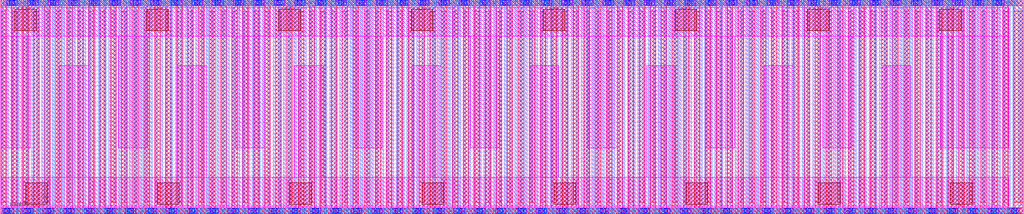
<source format=lef>
# Copyright 2020 The SkyWater PDK Authors
#
# Licensed under the Apache License, Version 2.0 (the "License");
# you may not use this file except in compliance with the License.
# You may obtain a copy of the License at
#
#     https://www.apache.org/licenses/LICENSE-2.0
#
# Unless required by applicable law or agreed to in writing, software
# distributed under the License is distributed on an "AS IS" BASIS,
# WITHOUT WARRANTIES OR CONDITIONS OF ANY KIND, either express or implied.
# See the License for the specific language governing permissions and
# limitations under the License.
#
# SPDX-License-Identifier: Apache-2.0

VERSION 5.7 ;
  NOWIREEXTENSIONATPIN ON ;
  DIVIDERCHAR "/" ;
  BUSBITCHARS "[]" ;
MACRO sky130_fd_pr__cap_vpp_55p8x11p7_pol1m1m2m3m4m5_noshield_m5pullin
  CLASS BLOCK ;
  FOREIGN sky130_fd_pr__cap_vpp_55p8x11p7_pol1m1m2m3m4m5_noshield_m5pullin ;
  ORIGIN  0.000000  0.000000 ;
  SIZE  55.73000 BY  11.69000 ;
  OBS
    LAYER li1 ;
      RECT  0.000000  0.000000 55.730000  0.330000 ;
      RECT  0.000000  0.330000  0.140000 11.220000 ;
      RECT  0.000000 11.360000 55.730000 11.690000 ;
      RECT  0.280000  0.470000  0.420000 11.360000 ;
      RECT  0.560000  0.330000  0.700000 11.220000 ;
      RECT  0.840000  0.470000  0.980000 11.360000 ;
      RECT  1.120000  0.330000  1.260000 11.220000 ;
      RECT  1.400000  0.470000  1.540000 11.360000 ;
      RECT  1.680000  0.330000  1.820000 11.220000 ;
      RECT  1.960000  0.470000  2.100000 11.360000 ;
      RECT  2.240000  0.330000  2.380000 11.220000 ;
      RECT  2.520000  0.470000  2.660000 11.360000 ;
      RECT  2.800000  0.330000  2.940000 11.220000 ;
      RECT  3.080000  0.470000  3.220000 11.360000 ;
      RECT  3.360000  0.330000  3.500000 11.220000 ;
      RECT  3.640000  0.470000  3.780000 11.360000 ;
      RECT  3.920000  0.330000  4.060000 11.220000 ;
      RECT  4.200000  0.470000  4.340000 11.360000 ;
      RECT  4.480000  0.330000  4.620000 11.220000 ;
      RECT  4.760000  0.470000  4.900000 11.360000 ;
      RECT  5.040000  0.330000  5.180000 11.220000 ;
      RECT  5.320000  0.470000  5.460000 11.360000 ;
      RECT  5.600000  0.330000  5.740000 11.220000 ;
      RECT  5.880000  0.470000  6.020000 11.360000 ;
      RECT  6.160000  0.330000  6.300000 11.220000 ;
      RECT  6.440000  0.470000  6.580000 11.360000 ;
      RECT  6.720000  0.330000  6.860000 11.220000 ;
      RECT  7.000000  0.470000  7.140000 11.360000 ;
      RECT  7.280000  0.330000  7.420000 11.220000 ;
      RECT  7.560000  0.470000  7.700000 11.360000 ;
      RECT  7.840000  0.330000  7.980000 11.220000 ;
      RECT  8.120000  0.470000  8.260000 11.360000 ;
      RECT  8.400000  0.330000  8.540000 11.220000 ;
      RECT  8.680000  0.470000  8.820000 11.360000 ;
      RECT  8.960000  0.330000  9.100000 11.220000 ;
      RECT  9.240000  0.470000  9.380000 11.360000 ;
      RECT  9.520000  0.330000  9.660000 11.220000 ;
      RECT  9.800000  0.470000  9.940000 11.360000 ;
      RECT 10.080000  0.330000 10.220000 11.220000 ;
      RECT 10.360000  0.470000 10.500000 11.360000 ;
      RECT 10.640000  0.330000 10.780000 11.220000 ;
      RECT 10.920000  0.470000 11.060000 11.360000 ;
      RECT 11.200000  0.330000 11.340000 11.220000 ;
      RECT 11.480000  0.470000 11.620000 11.360000 ;
      RECT 11.760000  0.330000 11.900000 11.220000 ;
      RECT 12.040000  0.470000 12.180000 11.360000 ;
      RECT 12.320000  0.330000 12.460000 11.220000 ;
      RECT 12.600000  0.470000 12.740000 11.360000 ;
      RECT 12.880000  0.330000 13.020000 11.220000 ;
      RECT 13.160000  0.470000 13.300000 11.360000 ;
      RECT 13.440000  0.330000 13.580000 11.220000 ;
      RECT 13.720000  0.470000 13.860000 11.360000 ;
      RECT 14.000000  0.330000 14.140000 11.220000 ;
      RECT 14.280000  0.470000 14.420000 11.360000 ;
      RECT 14.560000  0.330000 14.700000 11.220000 ;
      RECT 14.840000  0.470000 14.980000 11.360000 ;
      RECT 15.120000  0.330000 15.260000 11.220000 ;
      RECT 15.400000  0.470000 15.540000 11.360000 ;
      RECT 15.680000  0.330000 15.820000 11.220000 ;
      RECT 15.960000  0.470000 16.100000 11.360000 ;
      RECT 16.240000  0.330000 16.380000 11.220000 ;
      RECT 16.520000  0.470000 16.660000 11.360000 ;
      RECT 16.800000  0.330000 16.940000 11.220000 ;
      RECT 17.080000  0.470000 17.220000 11.360000 ;
      RECT 17.360000  0.330000 17.500000 11.220000 ;
      RECT 17.640000  0.470000 17.780000 11.360000 ;
      RECT 17.920000  0.330000 18.060000 11.220000 ;
      RECT 18.200000  0.470000 18.340000 11.360000 ;
      RECT 18.480000  0.330000 18.620000 11.220000 ;
      RECT 18.760000  0.470000 18.900000 11.360000 ;
      RECT 19.040000  0.330000 19.180000 11.220000 ;
      RECT 19.320000  0.470000 19.460000 11.360000 ;
      RECT 19.600000  0.330000 19.740000 11.220000 ;
      RECT 19.880000  0.470000 20.020000 11.360000 ;
      RECT 20.160000  0.330000 20.300000 11.220000 ;
      RECT 20.440000  0.470000 20.580000 11.360000 ;
      RECT 20.720000  0.330000 20.860000 11.220000 ;
      RECT 21.000000  0.470000 21.140000 11.360000 ;
      RECT 21.280000  0.330000 21.420000 11.220000 ;
      RECT 21.560000  0.470000 21.700000 11.360000 ;
      RECT 21.840000  0.330000 21.980000 11.220000 ;
      RECT 22.120000  0.470000 22.260000 11.360000 ;
      RECT 22.400000  0.330000 22.540000 11.220000 ;
      RECT 22.680000  0.470000 22.820000 11.360000 ;
      RECT 22.960000  0.330000 23.100000 11.220000 ;
      RECT 23.240000  0.470000 23.380000 11.360000 ;
      RECT 23.520000  0.330000 23.660000 11.220000 ;
      RECT 23.800000  0.470000 23.940000 11.360000 ;
      RECT 24.080000  0.330000 24.220000 11.220000 ;
      RECT 24.360000  0.470000 24.500000 11.360000 ;
      RECT 24.640000  0.330000 24.780000 11.220000 ;
      RECT 24.920000  0.470000 25.060000 11.360000 ;
      RECT 25.200000  0.330000 25.340000 11.220000 ;
      RECT 25.480000  0.470000 25.620000 11.360000 ;
      RECT 25.760000  0.330000 25.900000 11.220000 ;
      RECT 26.040000  0.470000 26.180000 11.360000 ;
      RECT 26.320000  0.330000 26.460000 11.220000 ;
      RECT 26.600000  0.470000 26.740000 11.360000 ;
      RECT 26.880000  0.330000 27.020000 11.220000 ;
      RECT 27.160000  0.470000 27.300000 11.360000 ;
      RECT 27.440000  0.330000 27.580000 11.220000 ;
      RECT 27.720000  0.470000 27.860000 11.360000 ;
      RECT 28.000000  0.330000 28.140000 11.220000 ;
      RECT 28.280000  0.470000 28.420000 11.360000 ;
      RECT 28.560000  0.330000 28.700000 11.220000 ;
      RECT 28.840000  0.470000 28.980000 11.360000 ;
      RECT 29.120000  0.330000 29.260000 11.220000 ;
      RECT 29.400000  0.470000 29.540000 11.360000 ;
      RECT 29.680000  0.330000 29.820000 11.220000 ;
      RECT 29.960000  0.470000 30.100000 11.360000 ;
      RECT 30.240000  0.330000 30.380000 11.220000 ;
      RECT 30.520000  0.470000 30.660000 11.360000 ;
      RECT 30.800000  0.330000 30.940000 11.220000 ;
      RECT 31.080000  0.470000 31.220000 11.360000 ;
      RECT 31.360000  0.330000 31.500000 11.220000 ;
      RECT 31.640000  0.470000 31.780000 11.360000 ;
      RECT 31.920000  0.330000 32.060000 11.220000 ;
      RECT 32.200000  0.470000 32.340000 11.360000 ;
      RECT 32.480000  0.330000 32.620000 11.220000 ;
      RECT 32.760000  0.470000 32.900000 11.360000 ;
      RECT 33.040000  0.330000 33.180000 11.220000 ;
      RECT 33.320000  0.470000 33.460000 11.360000 ;
      RECT 33.600000  0.330000 33.740000 11.220000 ;
      RECT 33.880000  0.470000 34.020000 11.360000 ;
      RECT 34.160000  0.330000 34.300000 11.220000 ;
      RECT 34.440000  0.470000 34.580000 11.360000 ;
      RECT 34.720000  0.330000 34.860000 11.220000 ;
      RECT 35.000000  0.470000 35.140000 11.360000 ;
      RECT 35.280000  0.330000 35.420000 11.220000 ;
      RECT 35.560000  0.470000 35.700000 11.360000 ;
      RECT 35.840000  0.330000 35.980000 11.220000 ;
      RECT 36.120000  0.470000 36.260000 11.360000 ;
      RECT 36.400000  0.330000 36.540000 11.220000 ;
      RECT 36.680000  0.470000 36.820000 11.360000 ;
      RECT 36.960000  0.330000 37.100000 11.220000 ;
      RECT 37.240000  0.470000 37.380000 11.360000 ;
      RECT 37.520000  0.330000 37.660000 11.220000 ;
      RECT 37.800000  0.470000 37.940000 11.360000 ;
      RECT 38.080000  0.330000 38.220000 11.220000 ;
      RECT 38.360000  0.470000 38.500000 11.360000 ;
      RECT 38.640000  0.330000 38.780000 11.220000 ;
      RECT 38.920000  0.470000 39.060000 11.360000 ;
      RECT 39.200000  0.330000 39.340000 11.220000 ;
      RECT 39.480000  0.470000 39.620000 11.360000 ;
      RECT 39.760000  0.330000 39.900000 11.220000 ;
      RECT 40.040000  0.470000 40.180000 11.360000 ;
      RECT 40.320000  0.330000 40.460000 11.220000 ;
      RECT 40.600000  0.470000 40.740000 11.360000 ;
      RECT 40.880000  0.330000 41.020000 11.220000 ;
      RECT 41.160000  0.470000 41.300000 11.360000 ;
      RECT 41.440000  0.330000 41.580000 11.220000 ;
      RECT 41.720000  0.470000 41.860000 11.360000 ;
      RECT 42.000000  0.330000 42.140000 11.220000 ;
      RECT 42.280000  0.470000 42.420000 11.360000 ;
      RECT 42.560000  0.330000 42.700000 11.220000 ;
      RECT 42.840000  0.470000 42.980000 11.360000 ;
      RECT 43.120000  0.330000 43.260000 11.220000 ;
      RECT 43.400000  0.470000 43.540000 11.360000 ;
      RECT 43.680000  0.330000 43.820000 11.220000 ;
      RECT 43.960000  0.470000 44.100000 11.360000 ;
      RECT 44.240000  0.330000 44.380000 11.220000 ;
      RECT 44.520000  0.470000 44.660000 11.360000 ;
      RECT 44.800000  0.330000 44.940000 11.220000 ;
      RECT 45.080000  0.470000 45.220000 11.360000 ;
      RECT 45.360000  0.330000 45.500000 11.220000 ;
      RECT 45.640000  0.470000 45.780000 11.360000 ;
      RECT 45.920000  0.330000 46.060000 11.220000 ;
      RECT 46.200000  0.470000 46.340000 11.360000 ;
      RECT 46.480000  0.330000 46.620000 11.220000 ;
      RECT 46.760000  0.470000 46.900000 11.360000 ;
      RECT 47.040000  0.330000 47.180000 11.220000 ;
      RECT 47.320000  0.470000 47.460000 11.360000 ;
      RECT 47.600000  0.330000 47.740000 11.220000 ;
      RECT 47.880000  0.470000 48.020000 11.360000 ;
      RECT 48.160000  0.330000 48.300000 11.220000 ;
      RECT 48.440000  0.470000 48.580000 11.360000 ;
      RECT 48.720000  0.330000 48.860000 11.220000 ;
      RECT 49.000000  0.470000 49.140000 11.360000 ;
      RECT 49.280000  0.330000 49.420000 11.220000 ;
      RECT 49.560000  0.470000 49.700000 11.360000 ;
      RECT 49.840000  0.330000 49.980000 11.220000 ;
      RECT 50.120000  0.470000 50.260000 11.360000 ;
      RECT 50.400000  0.330000 50.540000 11.220000 ;
      RECT 50.680000  0.470000 50.820000 11.360000 ;
      RECT 50.960000  0.330000 51.100000 11.220000 ;
      RECT 51.240000  0.470000 51.380000 11.360000 ;
      RECT 51.520000  0.330000 51.660000 11.220000 ;
      RECT 51.800000  0.470000 51.940000 11.360000 ;
      RECT 52.080000  0.330000 52.220000 11.220000 ;
      RECT 52.360000  0.470000 52.500000 11.360000 ;
      RECT 52.640000  0.330000 52.780000 11.220000 ;
      RECT 52.920000  0.470000 53.060000 11.360000 ;
      RECT 53.200000  0.330000 53.340000 11.220000 ;
      RECT 53.480000  0.470000 53.620000 11.360000 ;
      RECT 53.760000  0.330000 53.900000 11.220000 ;
      RECT 54.040000  0.470000 54.180000 11.360000 ;
      RECT 54.320000  0.330000 54.460000 11.220000 ;
      RECT 54.600000  0.470000 54.740000 11.360000 ;
      RECT 54.880000  0.330000 55.020000 11.220000 ;
      RECT 55.160000  0.470000 55.300000 11.360000 ;
      RECT 55.440000  0.330000 55.730000 11.220000 ;
    LAYER mcon ;
      RECT  0.190000  0.080000  0.360000  0.250000 ;
      RECT  0.190000 11.440000  0.360000 11.610000 ;
      RECT  0.550000  0.080000  0.720000  0.250000 ;
      RECT  0.550000 11.440000  0.720000 11.610000 ;
      RECT  0.910000  0.080000  1.080000  0.250000 ;
      RECT  0.910000 11.440000  1.080000 11.610000 ;
      RECT  1.270000  0.080000  1.440000  0.250000 ;
      RECT  1.270000 11.440000  1.440000 11.610000 ;
      RECT  1.630000  0.080000  1.800000  0.250000 ;
      RECT  1.630000 11.440000  1.800000 11.610000 ;
      RECT  1.990000  0.080000  2.160000  0.250000 ;
      RECT  1.990000 11.440000  2.160000 11.610000 ;
      RECT  2.350000  0.080000  2.520000  0.250000 ;
      RECT  2.350000 11.440000  2.520000 11.610000 ;
      RECT  2.710000  0.080000  2.880000  0.250000 ;
      RECT  2.710000 11.440000  2.880000 11.610000 ;
      RECT  3.070000  0.080000  3.240000  0.250000 ;
      RECT  3.070000 11.440000  3.240000 11.610000 ;
      RECT  3.430000  0.080000  3.600000  0.250000 ;
      RECT  3.430000 11.440000  3.600000 11.610000 ;
      RECT  3.790000  0.080000  3.960000  0.250000 ;
      RECT  3.790000 11.440000  3.960000 11.610000 ;
      RECT  4.150000  0.080000  4.320000  0.250000 ;
      RECT  4.150000 11.440000  4.320000 11.610000 ;
      RECT  4.510000  0.080000  4.680000  0.250000 ;
      RECT  4.510000 11.440000  4.680000 11.610000 ;
      RECT  4.870000  0.080000  5.040000  0.250000 ;
      RECT  4.870000 11.440000  5.040000 11.610000 ;
      RECT  5.230000  0.080000  5.400000  0.250000 ;
      RECT  5.230000 11.440000  5.400000 11.610000 ;
      RECT  5.590000  0.080000  5.760000  0.250000 ;
      RECT  5.590000 11.440000  5.760000 11.610000 ;
      RECT  5.950000  0.080000  6.120000  0.250000 ;
      RECT  5.950000 11.440000  6.120000 11.610000 ;
      RECT  6.310000  0.080000  6.480000  0.250000 ;
      RECT  6.310000 11.440000  6.480000 11.610000 ;
      RECT  6.670000  0.080000  6.840000  0.250000 ;
      RECT  6.670000 11.440000  6.840000 11.610000 ;
      RECT  7.030000  0.080000  7.200000  0.250000 ;
      RECT  7.030000 11.440000  7.200000 11.610000 ;
      RECT  7.390000  0.080000  7.560000  0.250000 ;
      RECT  7.390000 11.440000  7.560000 11.610000 ;
      RECT  7.750000  0.080000  7.920000  0.250000 ;
      RECT  7.750000 11.440000  7.920000 11.610000 ;
      RECT  8.110000  0.080000  8.280000  0.250000 ;
      RECT  8.110000 11.440000  8.280000 11.610000 ;
      RECT  8.470000  0.080000  8.640000  0.250000 ;
      RECT  8.470000 11.440000  8.640000 11.610000 ;
      RECT  8.830000  0.080000  9.000000  0.250000 ;
      RECT  8.830000 11.440000  9.000000 11.610000 ;
      RECT  9.190000  0.080000  9.360000  0.250000 ;
      RECT  9.190000 11.440000  9.360000 11.610000 ;
      RECT  9.550000  0.080000  9.720000  0.250000 ;
      RECT  9.550000 11.440000  9.720000 11.610000 ;
      RECT  9.910000  0.080000 10.080000  0.250000 ;
      RECT  9.910000 11.440000 10.080000 11.610000 ;
      RECT 10.270000  0.080000 10.440000  0.250000 ;
      RECT 10.270000 11.440000 10.440000 11.610000 ;
      RECT 10.630000  0.080000 10.800000  0.250000 ;
      RECT 10.630000 11.440000 10.800000 11.610000 ;
      RECT 10.990000  0.080000 11.160000  0.250000 ;
      RECT 10.990000 11.440000 11.160000 11.610000 ;
      RECT 11.350000  0.080000 11.520000  0.250000 ;
      RECT 11.350000 11.440000 11.520000 11.610000 ;
      RECT 11.710000  0.080000 11.880000  0.250000 ;
      RECT 11.710000 11.440000 11.880000 11.610000 ;
      RECT 12.070000  0.080000 12.240000  0.250000 ;
      RECT 12.070000 11.440000 12.240000 11.610000 ;
      RECT 12.430000  0.080000 12.600000  0.250000 ;
      RECT 12.430000 11.440000 12.600000 11.610000 ;
      RECT 12.790000  0.080000 12.960000  0.250000 ;
      RECT 12.790000 11.440000 12.960000 11.610000 ;
      RECT 13.150000  0.080000 13.320000  0.250000 ;
      RECT 13.150000 11.440000 13.320000 11.610000 ;
      RECT 13.510000  0.080000 13.680000  0.250000 ;
      RECT 13.510000 11.440000 13.680000 11.610000 ;
      RECT 13.870000  0.080000 14.040000  0.250000 ;
      RECT 13.870000 11.440000 14.040000 11.610000 ;
      RECT 14.230000  0.080000 14.400000  0.250000 ;
      RECT 14.230000 11.440000 14.400000 11.610000 ;
      RECT 14.590000  0.080000 14.760000  0.250000 ;
      RECT 14.590000 11.440000 14.760000 11.610000 ;
      RECT 14.950000  0.080000 15.120000  0.250000 ;
      RECT 14.950000 11.440000 15.120000 11.610000 ;
      RECT 15.310000  0.080000 15.480000  0.250000 ;
      RECT 15.310000 11.440000 15.480000 11.610000 ;
      RECT 15.670000  0.080000 15.840000  0.250000 ;
      RECT 15.670000 11.440000 15.840000 11.610000 ;
      RECT 16.030000  0.080000 16.200000  0.250000 ;
      RECT 16.030000 11.440000 16.200000 11.610000 ;
      RECT 16.390000  0.080000 16.560000  0.250000 ;
      RECT 16.390000 11.440000 16.560000 11.610000 ;
      RECT 16.750000  0.080000 16.920000  0.250000 ;
      RECT 16.750000 11.440000 16.920000 11.610000 ;
      RECT 17.110000  0.080000 17.280000  0.250000 ;
      RECT 17.110000 11.440000 17.280000 11.610000 ;
      RECT 17.470000  0.080000 17.640000  0.250000 ;
      RECT 17.470000 11.440000 17.640000 11.610000 ;
      RECT 17.830000  0.080000 18.000000  0.250000 ;
      RECT 17.830000 11.440000 18.000000 11.610000 ;
      RECT 18.190000  0.080000 18.360000  0.250000 ;
      RECT 18.190000 11.440000 18.360000 11.610000 ;
      RECT 18.550000  0.080000 18.720000  0.250000 ;
      RECT 18.550000 11.440000 18.720000 11.610000 ;
      RECT 18.910000  0.080000 19.080000  0.250000 ;
      RECT 18.910000 11.440000 19.080000 11.610000 ;
      RECT 19.270000  0.080000 19.440000  0.250000 ;
      RECT 19.270000 11.440000 19.440000 11.610000 ;
      RECT 19.630000  0.080000 19.800000  0.250000 ;
      RECT 19.630000 11.440000 19.800000 11.610000 ;
      RECT 19.990000  0.080000 20.160000  0.250000 ;
      RECT 19.990000 11.440000 20.160000 11.610000 ;
      RECT 20.350000  0.080000 20.520000  0.250000 ;
      RECT 20.350000 11.440000 20.520000 11.610000 ;
      RECT 20.710000  0.080000 20.880000  0.250000 ;
      RECT 20.710000 11.440000 20.880000 11.610000 ;
      RECT 21.070000  0.080000 21.240000  0.250000 ;
      RECT 21.070000 11.440000 21.240000 11.610000 ;
      RECT 21.430000  0.080000 21.600000  0.250000 ;
      RECT 21.430000 11.440000 21.600000 11.610000 ;
      RECT 21.790000  0.080000 21.960000  0.250000 ;
      RECT 21.790000 11.440000 21.960000 11.610000 ;
      RECT 22.150000  0.080000 22.320000  0.250000 ;
      RECT 22.150000 11.440000 22.320000 11.610000 ;
      RECT 22.510000  0.080000 22.680000  0.250000 ;
      RECT 22.510000 11.440000 22.680000 11.610000 ;
      RECT 22.870000  0.080000 23.040000  0.250000 ;
      RECT 22.870000 11.440000 23.040000 11.610000 ;
      RECT 23.230000  0.080000 23.400000  0.250000 ;
      RECT 23.230000 11.440000 23.400000 11.610000 ;
      RECT 23.590000  0.080000 23.760000  0.250000 ;
      RECT 23.590000 11.440000 23.760000 11.610000 ;
      RECT 23.950000  0.080000 24.120000  0.250000 ;
      RECT 23.950000 11.440000 24.120000 11.610000 ;
      RECT 24.310000  0.080000 24.480000  0.250000 ;
      RECT 24.310000 11.440000 24.480000 11.610000 ;
      RECT 24.670000  0.080000 24.840000  0.250000 ;
      RECT 24.670000 11.440000 24.840000 11.610000 ;
      RECT 25.030000  0.080000 25.200000  0.250000 ;
      RECT 25.030000 11.440000 25.200000 11.610000 ;
      RECT 25.390000  0.080000 25.560000  0.250000 ;
      RECT 25.390000 11.440000 25.560000 11.610000 ;
      RECT 25.750000  0.080000 25.920000  0.250000 ;
      RECT 25.750000 11.440000 25.920000 11.610000 ;
      RECT 26.110000  0.080000 26.280000  0.250000 ;
      RECT 26.110000 11.440000 26.280000 11.610000 ;
      RECT 26.470000  0.080000 26.640000  0.250000 ;
      RECT 26.470000 11.440000 26.640000 11.610000 ;
      RECT 26.830000  0.080000 27.000000  0.250000 ;
      RECT 26.830000 11.440000 27.000000 11.610000 ;
      RECT 27.190000  0.080000 27.360000  0.250000 ;
      RECT 27.190000 11.440000 27.360000 11.610000 ;
      RECT 27.550000  0.080000 27.720000  0.250000 ;
      RECT 27.550000 11.440000 27.720000 11.610000 ;
      RECT 27.910000  0.080000 28.080000  0.250000 ;
      RECT 27.910000 11.440000 28.080000 11.610000 ;
      RECT 28.270000  0.080000 28.440000  0.250000 ;
      RECT 28.270000 11.440000 28.440000 11.610000 ;
      RECT 28.630000  0.080000 28.800000  0.250000 ;
      RECT 28.630000 11.440000 28.800000 11.610000 ;
      RECT 28.990000  0.080000 29.160000  0.250000 ;
      RECT 28.990000 11.440000 29.160000 11.610000 ;
      RECT 29.350000  0.080000 29.520000  0.250000 ;
      RECT 29.350000 11.440000 29.520000 11.610000 ;
      RECT 29.710000  0.080000 29.880000  0.250000 ;
      RECT 29.710000 11.440000 29.880000 11.610000 ;
      RECT 30.070000  0.080000 30.240000  0.250000 ;
      RECT 30.070000 11.440000 30.240000 11.610000 ;
      RECT 30.430000  0.080000 30.600000  0.250000 ;
      RECT 30.430000 11.440000 30.600000 11.610000 ;
      RECT 30.790000  0.080000 30.960000  0.250000 ;
      RECT 30.790000 11.440000 30.960000 11.610000 ;
      RECT 31.150000  0.080000 31.320000  0.250000 ;
      RECT 31.150000 11.440000 31.320000 11.610000 ;
      RECT 31.510000  0.080000 31.680000  0.250000 ;
      RECT 31.510000 11.440000 31.680000 11.610000 ;
      RECT 31.870000  0.080000 32.040000  0.250000 ;
      RECT 31.870000 11.440000 32.040000 11.610000 ;
      RECT 32.230000  0.080000 32.400000  0.250000 ;
      RECT 32.230000 11.440000 32.400000 11.610000 ;
      RECT 32.590000  0.080000 32.760000  0.250000 ;
      RECT 32.590000 11.440000 32.760000 11.610000 ;
      RECT 32.950000  0.080000 33.120000  0.250000 ;
      RECT 32.950000 11.440000 33.120000 11.610000 ;
      RECT 33.310000  0.080000 33.480000  0.250000 ;
      RECT 33.310000 11.440000 33.480000 11.610000 ;
      RECT 33.670000  0.080000 33.840000  0.250000 ;
      RECT 33.670000 11.440000 33.840000 11.610000 ;
      RECT 34.030000  0.080000 34.200000  0.250000 ;
      RECT 34.030000 11.440000 34.200000 11.610000 ;
      RECT 34.390000  0.080000 34.560000  0.250000 ;
      RECT 34.390000 11.440000 34.560000 11.610000 ;
      RECT 34.750000  0.080000 34.920000  0.250000 ;
      RECT 34.750000 11.440000 34.920000 11.610000 ;
      RECT 35.110000  0.080000 35.280000  0.250000 ;
      RECT 35.110000 11.440000 35.280000 11.610000 ;
      RECT 35.470000  0.080000 35.640000  0.250000 ;
      RECT 35.470000 11.440000 35.640000 11.610000 ;
      RECT 35.830000  0.080000 36.000000  0.250000 ;
      RECT 35.830000 11.440000 36.000000 11.610000 ;
      RECT 36.190000  0.080000 36.360000  0.250000 ;
      RECT 36.190000 11.440000 36.360000 11.610000 ;
      RECT 36.550000  0.080000 36.720000  0.250000 ;
      RECT 36.550000 11.440000 36.720000 11.610000 ;
      RECT 36.910000  0.080000 37.080000  0.250000 ;
      RECT 36.910000 11.440000 37.080000 11.610000 ;
      RECT 37.270000  0.080000 37.440000  0.250000 ;
      RECT 37.270000 11.440000 37.440000 11.610000 ;
      RECT 37.630000  0.080000 37.800000  0.250000 ;
      RECT 37.630000 11.440000 37.800000 11.610000 ;
      RECT 37.990000  0.080000 38.160000  0.250000 ;
      RECT 37.990000 11.440000 38.160000 11.610000 ;
      RECT 38.350000  0.080000 38.520000  0.250000 ;
      RECT 38.350000 11.440000 38.520000 11.610000 ;
      RECT 38.710000  0.080000 38.880000  0.250000 ;
      RECT 38.710000 11.440000 38.880000 11.610000 ;
      RECT 39.070000  0.080000 39.240000  0.250000 ;
      RECT 39.070000 11.440000 39.240000 11.610000 ;
      RECT 39.430000  0.080000 39.600000  0.250000 ;
      RECT 39.430000 11.440000 39.600000 11.610000 ;
      RECT 39.790000  0.080000 39.960000  0.250000 ;
      RECT 39.790000 11.440000 39.960000 11.610000 ;
      RECT 40.150000  0.080000 40.320000  0.250000 ;
      RECT 40.150000 11.440000 40.320000 11.610000 ;
      RECT 40.510000  0.080000 40.680000  0.250000 ;
      RECT 40.510000 11.440000 40.680000 11.610000 ;
      RECT 40.870000  0.080000 41.040000  0.250000 ;
      RECT 40.870000 11.440000 41.040000 11.610000 ;
      RECT 41.230000  0.080000 41.400000  0.250000 ;
      RECT 41.230000 11.440000 41.400000 11.610000 ;
      RECT 41.590000  0.080000 41.760000  0.250000 ;
      RECT 41.590000 11.440000 41.760000 11.610000 ;
      RECT 41.950000  0.080000 42.120000  0.250000 ;
      RECT 41.950000 11.440000 42.120000 11.610000 ;
      RECT 42.310000  0.080000 42.480000  0.250000 ;
      RECT 42.310000 11.440000 42.480000 11.610000 ;
      RECT 42.670000  0.080000 42.840000  0.250000 ;
      RECT 42.670000 11.440000 42.840000 11.610000 ;
      RECT 43.030000  0.080000 43.200000  0.250000 ;
      RECT 43.030000 11.440000 43.200000 11.610000 ;
      RECT 43.390000  0.080000 43.560000  0.250000 ;
      RECT 43.390000 11.440000 43.560000 11.610000 ;
      RECT 43.750000  0.080000 43.920000  0.250000 ;
      RECT 43.750000 11.440000 43.920000 11.610000 ;
      RECT 44.110000  0.080000 44.280000  0.250000 ;
      RECT 44.110000 11.440000 44.280000 11.610000 ;
      RECT 44.470000  0.080000 44.640000  0.250000 ;
      RECT 44.470000 11.440000 44.640000 11.610000 ;
      RECT 44.830000  0.080000 45.000000  0.250000 ;
      RECT 44.830000 11.440000 45.000000 11.610000 ;
      RECT 45.190000  0.080000 45.360000  0.250000 ;
      RECT 45.190000 11.440000 45.360000 11.610000 ;
      RECT 45.550000  0.080000 45.720000  0.250000 ;
      RECT 45.550000 11.440000 45.720000 11.610000 ;
      RECT 45.910000  0.080000 46.080000  0.250000 ;
      RECT 45.910000 11.440000 46.080000 11.610000 ;
      RECT 46.270000  0.080000 46.440000  0.250000 ;
      RECT 46.270000 11.440000 46.440000 11.610000 ;
      RECT 46.630000  0.080000 46.800000  0.250000 ;
      RECT 46.630000 11.440000 46.800000 11.610000 ;
      RECT 46.990000  0.080000 47.160000  0.250000 ;
      RECT 46.990000 11.440000 47.160000 11.610000 ;
      RECT 47.350000  0.080000 47.520000  0.250000 ;
      RECT 47.350000 11.440000 47.520000 11.610000 ;
      RECT 47.710000  0.080000 47.880000  0.250000 ;
      RECT 47.710000 11.440000 47.880000 11.610000 ;
      RECT 48.070000  0.080000 48.240000  0.250000 ;
      RECT 48.070000 11.440000 48.240000 11.610000 ;
      RECT 48.430000  0.080000 48.600000  0.250000 ;
      RECT 48.430000 11.440000 48.600000 11.610000 ;
      RECT 48.790000  0.080000 48.960000  0.250000 ;
      RECT 48.790000 11.440000 48.960000 11.610000 ;
      RECT 49.150000  0.080000 49.320000  0.250000 ;
      RECT 49.150000 11.440000 49.320000 11.610000 ;
      RECT 49.510000  0.080000 49.680000  0.250000 ;
      RECT 49.510000 11.440000 49.680000 11.610000 ;
      RECT 49.870000  0.080000 50.040000  0.250000 ;
      RECT 49.870000 11.440000 50.040000 11.610000 ;
      RECT 50.230000  0.080000 50.400000  0.250000 ;
      RECT 50.230000 11.440000 50.400000 11.610000 ;
      RECT 50.590000  0.080000 50.760000  0.250000 ;
      RECT 50.590000 11.440000 50.760000 11.610000 ;
      RECT 50.950000  0.080000 51.120000  0.250000 ;
      RECT 50.950000 11.440000 51.120000 11.610000 ;
      RECT 51.310000  0.080000 51.480000  0.250000 ;
      RECT 51.310000 11.440000 51.480000 11.610000 ;
      RECT 51.670000  0.080000 51.840000  0.250000 ;
      RECT 51.670000 11.440000 51.840000 11.610000 ;
      RECT 52.030000  0.080000 52.200000  0.250000 ;
      RECT 52.030000 11.440000 52.200000 11.610000 ;
      RECT 52.390000  0.080000 52.560000  0.250000 ;
      RECT 52.390000 11.440000 52.560000 11.610000 ;
      RECT 52.750000  0.080000 52.920000  0.250000 ;
      RECT 52.750000 11.440000 52.920000 11.610000 ;
      RECT 53.110000  0.080000 53.280000  0.250000 ;
      RECT 53.110000 11.440000 53.280000 11.610000 ;
      RECT 53.470000  0.080000 53.640000  0.250000 ;
      RECT 53.470000 11.440000 53.640000 11.610000 ;
      RECT 53.830000  0.080000 54.000000  0.250000 ;
      RECT 53.830000 11.440000 54.000000 11.610000 ;
      RECT 54.190000  0.080000 54.360000  0.250000 ;
      RECT 54.190000 11.440000 54.360000 11.610000 ;
      RECT 54.550000  0.080000 54.720000  0.250000 ;
      RECT 54.550000 11.440000 54.720000 11.610000 ;
      RECT 54.910000  0.080000 55.080000  0.250000 ;
      RECT 54.910000 11.440000 55.080000 11.610000 ;
      RECT 55.270000  0.080000 55.440000  0.250000 ;
      RECT 55.270000 11.440000 55.440000 11.610000 ;
    LAYER met1 ;
      RECT  0.000000  0.000000 55.730000  0.330000 ;
      RECT  0.000000  0.470000  0.140000 11.360000 ;
      RECT  0.000000 11.360000 55.730000 11.690000 ;
      RECT  0.280000  0.330000  0.420000 11.220000 ;
      RECT  0.560000  0.470000  0.700000 11.360000 ;
      RECT  0.840000  0.330000  0.980000 11.220000 ;
      RECT  1.120000  0.470000  1.260000 11.360000 ;
      RECT  1.400000  0.330000  1.540000 11.220000 ;
      RECT  1.680000  0.470000  1.820000 11.360000 ;
      RECT  1.960000  0.330000  2.100000 11.220000 ;
      RECT  2.240000  0.470000  2.380000 11.360000 ;
      RECT  2.520000  0.330000  2.660000 11.220000 ;
      RECT  2.800000  0.470000  2.940000 11.360000 ;
      RECT  3.080000  0.330000  3.220000 11.220000 ;
      RECT  3.360000  0.470000  3.500000 11.360000 ;
      RECT  3.640000  0.330000  3.780000 11.220000 ;
      RECT  3.920000  0.470000  4.060000 11.360000 ;
      RECT  4.200000  0.330000  4.340000 11.220000 ;
      RECT  4.480000  0.470000  4.620000 11.360000 ;
      RECT  4.760000  0.330000  4.900000 11.220000 ;
      RECT  5.040000  0.470000  5.180000 11.360000 ;
      RECT  5.320000  0.330000  5.460000 11.220000 ;
      RECT  5.600000  0.470000  5.740000 11.360000 ;
      RECT  5.880000  0.330000  6.020000 11.220000 ;
      RECT  6.160000  0.470000  6.300000 11.360000 ;
      RECT  6.440000  0.330000  6.580000 11.220000 ;
      RECT  6.720000  0.470000  6.860000 11.360000 ;
      RECT  7.000000  0.330000  7.140000 11.220000 ;
      RECT  7.280000  0.470000  7.420000 11.360000 ;
      RECT  7.560000  0.330000  7.700000 11.220000 ;
      RECT  7.840000  0.470000  7.980000 11.360000 ;
      RECT  8.120000  0.330000  8.260000 11.220000 ;
      RECT  8.400000  0.470000  8.540000 11.360000 ;
      RECT  8.680000  0.330000  8.820000 11.220000 ;
      RECT  8.960000  0.470000  9.100000 11.360000 ;
      RECT  9.240000  0.330000  9.380000 11.220000 ;
      RECT  9.520000  0.470000  9.660000 11.360000 ;
      RECT  9.800000  0.330000  9.940000 11.220000 ;
      RECT 10.080000  0.470000 10.220000 11.360000 ;
      RECT 10.360000  0.330000 10.500000 11.220000 ;
      RECT 10.640000  0.470000 10.780000 11.360000 ;
      RECT 10.920000  0.330000 11.060000 11.220000 ;
      RECT 11.200000  0.470000 11.340000 11.360000 ;
      RECT 11.480000  0.330000 11.620000 11.220000 ;
      RECT 11.760000  0.470000 11.900000 11.360000 ;
      RECT 12.040000  0.330000 12.180000 11.220000 ;
      RECT 12.320000  0.470000 12.460000 11.360000 ;
      RECT 12.600000  0.330000 12.740000 11.220000 ;
      RECT 12.880000  0.470000 13.020000 11.360000 ;
      RECT 13.160000  0.330000 13.300000 11.220000 ;
      RECT 13.440000  0.470000 13.580000 11.360000 ;
      RECT 13.720000  0.330000 13.860000 11.220000 ;
      RECT 14.000000  0.470000 14.140000 11.360000 ;
      RECT 14.280000  0.330000 14.420000 11.220000 ;
      RECT 14.560000  0.470000 14.700000 11.360000 ;
      RECT 14.840000  0.330000 14.980000 11.220000 ;
      RECT 15.120000  0.470000 15.260000 11.360000 ;
      RECT 15.400000  0.330000 15.540000 11.220000 ;
      RECT 15.680000  0.470000 15.820000 11.360000 ;
      RECT 15.960000  0.330000 16.100000 11.220000 ;
      RECT 16.240000  0.470000 16.380000 11.360000 ;
      RECT 16.520000  0.330000 16.660000 11.220000 ;
      RECT 16.800000  0.470000 16.940000 11.360000 ;
      RECT 17.080000  0.330000 17.220000 11.220000 ;
      RECT 17.360000  0.470000 17.500000 11.360000 ;
      RECT 17.640000  0.330000 17.780000 11.220000 ;
      RECT 17.920000  0.470000 18.060000 11.360000 ;
      RECT 18.200000  0.330000 18.340000 11.220000 ;
      RECT 18.480000  0.470000 18.620000 11.360000 ;
      RECT 18.760000  0.330000 18.900000 11.220000 ;
      RECT 19.040000  0.470000 19.180000 11.360000 ;
      RECT 19.320000  0.330000 19.460000 11.220000 ;
      RECT 19.600000  0.470000 19.740000 11.360000 ;
      RECT 19.880000  0.330000 20.020000 11.220000 ;
      RECT 20.160000  0.470000 20.300000 11.360000 ;
      RECT 20.440000  0.330000 20.580000 11.220000 ;
      RECT 20.720000  0.470000 20.860000 11.360000 ;
      RECT 21.000000  0.330000 21.140000 11.220000 ;
      RECT 21.280000  0.470000 21.420000 11.360000 ;
      RECT 21.560000  0.330000 21.700000 11.220000 ;
      RECT 21.840000  0.470000 21.980000 11.360000 ;
      RECT 22.120000  0.330000 22.260000 11.220000 ;
      RECT 22.400000  0.470000 22.540000 11.360000 ;
      RECT 22.680000  0.330000 22.820000 11.220000 ;
      RECT 22.960000  0.470000 23.100000 11.360000 ;
      RECT 23.240000  0.330000 23.380000 11.220000 ;
      RECT 23.520000  0.470000 23.660000 11.360000 ;
      RECT 23.800000  0.330000 23.940000 11.220000 ;
      RECT 24.080000  0.470000 24.220000 11.360000 ;
      RECT 24.360000  0.330000 24.500000 11.220000 ;
      RECT 24.640000  0.470000 24.780000 11.360000 ;
      RECT 24.920000  0.330000 25.060000 11.220000 ;
      RECT 25.200000  0.470000 25.340000 11.360000 ;
      RECT 25.480000  0.330000 25.620000 11.220000 ;
      RECT 25.760000  0.470000 25.900000 11.360000 ;
      RECT 26.040000  0.330000 26.180000 11.220000 ;
      RECT 26.320000  0.470000 26.460000 11.360000 ;
      RECT 26.600000  0.330000 26.740000 11.220000 ;
      RECT 26.880000  0.470000 27.020000 11.360000 ;
      RECT 27.160000  0.330000 27.300000 11.220000 ;
      RECT 27.440000  0.470000 27.580000 11.360000 ;
      RECT 27.720000  0.330000 27.860000 11.220000 ;
      RECT 28.000000  0.470000 28.140000 11.360000 ;
      RECT 28.280000  0.330000 28.420000 11.220000 ;
      RECT 28.560000  0.470000 28.700000 11.360000 ;
      RECT 28.840000  0.330000 28.980000 11.220000 ;
      RECT 29.120000  0.470000 29.260000 11.360000 ;
      RECT 29.400000  0.330000 29.540000 11.220000 ;
      RECT 29.680000  0.470000 29.820000 11.360000 ;
      RECT 29.960000  0.330000 30.100000 11.220000 ;
      RECT 30.240000  0.470000 30.380000 11.360000 ;
      RECT 30.520000  0.330000 30.660000 11.220000 ;
      RECT 30.800000  0.470000 30.940000 11.360000 ;
      RECT 31.080000  0.330000 31.220000 11.220000 ;
      RECT 31.360000  0.470000 31.500000 11.360000 ;
      RECT 31.640000  0.330000 31.780000 11.220000 ;
      RECT 31.920000  0.470000 32.060000 11.360000 ;
      RECT 32.200000  0.330000 32.340000 11.220000 ;
      RECT 32.480000  0.470000 32.620000 11.360000 ;
      RECT 32.760000  0.330000 32.900000 11.220000 ;
      RECT 33.040000  0.470000 33.180000 11.360000 ;
      RECT 33.320000  0.330000 33.460000 11.220000 ;
      RECT 33.600000  0.470000 33.740000 11.360000 ;
      RECT 33.880000  0.330000 34.020000 11.220000 ;
      RECT 34.160000  0.470000 34.300000 11.360000 ;
      RECT 34.440000  0.330000 34.580000 11.220000 ;
      RECT 34.720000  0.470000 34.860000 11.360000 ;
      RECT 35.000000  0.330000 35.140000 11.220000 ;
      RECT 35.280000  0.470000 35.420000 11.360000 ;
      RECT 35.560000  0.330000 35.700000 11.220000 ;
      RECT 35.840000  0.470000 35.980000 11.360000 ;
      RECT 36.120000  0.330000 36.260000 11.220000 ;
      RECT 36.400000  0.470000 36.540000 11.360000 ;
      RECT 36.680000  0.330000 36.820000 11.220000 ;
      RECT 36.960000  0.470000 37.100000 11.360000 ;
      RECT 37.240000  0.330000 37.380000 11.220000 ;
      RECT 37.520000  0.470000 37.660000 11.360000 ;
      RECT 37.800000  0.330000 37.940000 11.220000 ;
      RECT 38.080000  0.470000 38.220000 11.360000 ;
      RECT 38.360000  0.330000 38.500000 11.220000 ;
      RECT 38.640000  0.470000 38.780000 11.360000 ;
      RECT 38.920000  0.330000 39.060000 11.220000 ;
      RECT 39.200000  0.470000 39.340000 11.360000 ;
      RECT 39.480000  0.330000 39.620000 11.220000 ;
      RECT 39.760000  0.470000 39.900000 11.360000 ;
      RECT 40.040000  0.330000 40.180000 11.220000 ;
      RECT 40.320000  0.470000 40.460000 11.360000 ;
      RECT 40.600000  0.330000 40.740000 11.220000 ;
      RECT 40.880000  0.470000 41.020000 11.360000 ;
      RECT 41.160000  0.330000 41.300000 11.220000 ;
      RECT 41.440000  0.470000 41.580000 11.360000 ;
      RECT 41.720000  0.330000 41.860000 11.220000 ;
      RECT 42.000000  0.470000 42.140000 11.360000 ;
      RECT 42.280000  0.330000 42.420000 11.220000 ;
      RECT 42.560000  0.470000 42.700000 11.360000 ;
      RECT 42.840000  0.330000 42.980000 11.220000 ;
      RECT 43.120000  0.470000 43.260000 11.360000 ;
      RECT 43.400000  0.330000 43.540000 11.220000 ;
      RECT 43.680000  0.470000 43.820000 11.360000 ;
      RECT 43.960000  0.330000 44.100000 11.220000 ;
      RECT 44.240000  0.470000 44.380000 11.360000 ;
      RECT 44.520000  0.330000 44.660000 11.220000 ;
      RECT 44.800000  0.470000 44.940000 11.360000 ;
      RECT 45.080000  0.330000 45.220000 11.220000 ;
      RECT 45.360000  0.470000 45.500000 11.360000 ;
      RECT 45.640000  0.330000 45.780000 11.220000 ;
      RECT 45.920000  0.470000 46.060000 11.360000 ;
      RECT 46.200000  0.330000 46.340000 11.220000 ;
      RECT 46.480000  0.470000 46.620000 11.360000 ;
      RECT 46.760000  0.330000 46.900000 11.220000 ;
      RECT 47.040000  0.470000 47.180000 11.360000 ;
      RECT 47.320000  0.330000 47.460000 11.220000 ;
      RECT 47.600000  0.470000 47.740000 11.360000 ;
      RECT 47.880000  0.330000 48.020000 11.220000 ;
      RECT 48.160000  0.470000 48.300000 11.360000 ;
      RECT 48.440000  0.330000 48.580000 11.220000 ;
      RECT 48.720000  0.470000 48.860000 11.360000 ;
      RECT 49.000000  0.330000 49.140000 11.220000 ;
      RECT 49.280000  0.470000 49.420000 11.360000 ;
      RECT 49.560000  0.330000 49.700000 11.220000 ;
      RECT 49.840000  0.470000 49.980000 11.360000 ;
      RECT 50.120000  0.330000 50.260000 11.220000 ;
      RECT 50.400000  0.470000 50.540000 11.360000 ;
      RECT 50.680000  0.330000 50.820000 11.220000 ;
      RECT 50.960000  0.470000 51.100000 11.360000 ;
      RECT 51.240000  0.330000 51.380000 11.220000 ;
      RECT 51.520000  0.470000 51.660000 11.360000 ;
      RECT 51.800000  0.330000 51.940000 11.220000 ;
      RECT 52.080000  0.470000 52.220000 11.360000 ;
      RECT 52.360000  0.330000 52.500000 11.220000 ;
      RECT 52.640000  0.470000 52.780000 11.360000 ;
      RECT 52.920000  0.330000 53.060000 11.220000 ;
      RECT 53.200000  0.470000 53.340000 11.360000 ;
      RECT 53.480000  0.330000 53.620000 11.220000 ;
      RECT 53.760000  0.470000 53.900000 11.360000 ;
      RECT 54.040000  0.330000 54.180000 11.220000 ;
      RECT 54.320000  0.470000 54.460000 11.360000 ;
      RECT 54.600000  0.330000 54.740000 11.220000 ;
      RECT 54.880000  0.470000 55.020000 11.360000 ;
      RECT 55.160000  0.330000 55.300000 11.220000 ;
      RECT 55.440000  0.470000 55.730000 11.360000 ;
    LAYER met2 ;
      RECT  0.000000  0.000000  0.700000  0.330000 ;
      RECT  0.000000  0.330000  0.140000 11.690000 ;
      RECT  0.280000  0.470000  0.420000 11.360000 ;
      RECT  0.280000 11.360000  0.980000 11.690000 ;
      RECT  0.560000  0.330000  0.700000 11.220000 ;
      RECT  0.840000  0.000000  0.980000 11.360000 ;
      RECT  1.120000  0.000000  1.820000  0.330000 ;
      RECT  1.120000  0.330000  1.260000 11.690000 ;
      RECT  1.400000  0.470000  1.540000 11.360000 ;
      RECT  1.400000 11.360000  2.100000 11.690000 ;
      RECT  1.680000  0.330000  1.820000 11.220000 ;
      RECT  1.960000  0.000000  2.100000 11.360000 ;
      RECT  2.240000  0.000000  2.940000  0.330000 ;
      RECT  2.240000  0.330000  2.380000 11.690000 ;
      RECT  2.520000  0.470000  2.660000 11.360000 ;
      RECT  2.520000 11.360000  3.220000 11.690000 ;
      RECT  2.800000  0.330000  2.940000 11.220000 ;
      RECT  3.080000  0.000000  3.220000 11.360000 ;
      RECT  3.360000  0.000000  4.060000  0.330000 ;
      RECT  3.360000  0.330000  3.500000 11.690000 ;
      RECT  3.640000  0.470000  3.780000 11.360000 ;
      RECT  3.640000 11.360000  4.340000 11.690000 ;
      RECT  3.920000  0.330000  4.060000 11.220000 ;
      RECT  4.200000  0.000000  4.340000 11.360000 ;
      RECT  4.480000  0.000000  5.180000  0.330000 ;
      RECT  4.480000  0.330000  4.620000 11.690000 ;
      RECT  4.760000  0.470000  4.900000 11.360000 ;
      RECT  4.760000 11.360000  5.460000 11.690000 ;
      RECT  5.040000  0.330000  5.180000 11.220000 ;
      RECT  5.320000  0.000000  5.460000 11.360000 ;
      RECT  5.600000  0.000000  6.300000  0.330000 ;
      RECT  5.600000  0.330000  5.740000 11.690000 ;
      RECT  5.880000  0.470000  6.020000 11.360000 ;
      RECT  5.880000 11.360000  6.580000 11.690000 ;
      RECT  6.160000  0.330000  6.300000 11.220000 ;
      RECT  6.440000  0.000000  6.580000 11.360000 ;
      RECT  6.720000  0.000000  7.420000  0.330000 ;
      RECT  6.720000  0.330000  6.860000 11.690000 ;
      RECT  7.000000  0.470000  7.140000 11.360000 ;
      RECT  7.000000 11.360000  7.700000 11.690000 ;
      RECT  7.280000  0.330000  7.420000 11.220000 ;
      RECT  7.560000  0.000000  7.700000 11.360000 ;
      RECT  7.840000  0.000000  8.540000  0.330000 ;
      RECT  7.840000  0.330000  7.980000 11.690000 ;
      RECT  8.120000  0.470000  8.260000 11.360000 ;
      RECT  8.120000 11.360000  8.820000 11.690000 ;
      RECT  8.400000  0.330000  8.540000 11.220000 ;
      RECT  8.680000  0.000000  8.820000 11.360000 ;
      RECT  8.960000  0.000000  9.660000  0.330000 ;
      RECT  8.960000  0.330000  9.100000 11.690000 ;
      RECT  9.240000  0.470000  9.380000 11.360000 ;
      RECT  9.240000 11.360000  9.940000 11.690000 ;
      RECT  9.520000  0.330000  9.660000 11.220000 ;
      RECT  9.800000  0.000000  9.940000 11.360000 ;
      RECT 10.080000  0.000000 10.780000  0.330000 ;
      RECT 10.080000  0.330000 10.220000 11.690000 ;
      RECT 10.360000  0.470000 10.500000 11.360000 ;
      RECT 10.360000 11.360000 11.060000 11.690000 ;
      RECT 10.640000  0.330000 10.780000 11.220000 ;
      RECT 10.920000  0.000000 11.060000 11.360000 ;
      RECT 11.200000  0.000000 11.900000  0.330000 ;
      RECT 11.200000  0.330000 11.340000 11.690000 ;
      RECT 11.480000  0.470000 11.620000 11.360000 ;
      RECT 11.480000 11.360000 12.180000 11.690000 ;
      RECT 11.760000  0.330000 11.900000 11.220000 ;
      RECT 12.040000  0.000000 12.180000 11.360000 ;
      RECT 12.320000  0.000000 13.020000  0.330000 ;
      RECT 12.320000  0.330000 12.460000 11.690000 ;
      RECT 12.600000  0.470000 12.740000 11.360000 ;
      RECT 12.600000 11.360000 13.300000 11.690000 ;
      RECT 12.880000  0.330000 13.020000 11.220000 ;
      RECT 13.160000  0.000000 13.300000 11.360000 ;
      RECT 13.440000  0.000000 14.140000  0.330000 ;
      RECT 13.440000  0.330000 13.580000 11.690000 ;
      RECT 13.720000  0.470000 13.860000 11.360000 ;
      RECT 13.720000 11.360000 14.420000 11.690000 ;
      RECT 14.000000  0.330000 14.140000 11.220000 ;
      RECT 14.280000  0.000000 14.420000 11.360000 ;
      RECT 14.560000  0.000000 15.260000  0.330000 ;
      RECT 14.560000  0.330000 14.700000 11.690000 ;
      RECT 14.840000  0.470000 14.980000 11.360000 ;
      RECT 14.840000 11.360000 15.540000 11.690000 ;
      RECT 15.120000  0.330000 15.260000 11.220000 ;
      RECT 15.400000  0.000000 15.540000 11.360000 ;
      RECT 15.680000  0.000000 16.380000  0.330000 ;
      RECT 15.680000  0.330000 15.820000 11.690000 ;
      RECT 15.960000  0.470000 16.100000 11.360000 ;
      RECT 15.960000 11.360000 16.660000 11.690000 ;
      RECT 16.240000  0.330000 16.380000 11.220000 ;
      RECT 16.520000  0.000000 16.660000 11.360000 ;
      RECT 16.800000  0.000000 17.500000  0.330000 ;
      RECT 16.800000  0.330000 16.940000 11.690000 ;
      RECT 17.080000  0.470000 17.220000 11.360000 ;
      RECT 17.080000 11.360000 17.780000 11.690000 ;
      RECT 17.360000  0.330000 17.500000 11.220000 ;
      RECT 17.640000  0.000000 17.780000 11.360000 ;
      RECT 17.920000  0.000000 18.620000  0.330000 ;
      RECT 17.920000  0.330000 18.060000 11.690000 ;
      RECT 18.200000  0.470000 18.340000 11.360000 ;
      RECT 18.200000 11.360000 18.900000 11.690000 ;
      RECT 18.480000  0.330000 18.620000 11.220000 ;
      RECT 18.760000  0.000000 18.900000 11.360000 ;
      RECT 19.040000  0.000000 19.740000  0.330000 ;
      RECT 19.040000  0.330000 19.180000 11.690000 ;
      RECT 19.320000  0.470000 19.460000 11.360000 ;
      RECT 19.320000 11.360000 20.020000 11.690000 ;
      RECT 19.600000  0.330000 19.740000 11.220000 ;
      RECT 19.880000  0.000000 20.020000 11.360000 ;
      RECT 20.160000  0.000000 20.860000  0.330000 ;
      RECT 20.160000  0.330000 20.300000 11.690000 ;
      RECT 20.440000  0.470000 20.580000 11.360000 ;
      RECT 20.440000 11.360000 21.140000 11.690000 ;
      RECT 20.720000  0.330000 20.860000 11.220000 ;
      RECT 21.000000  0.000000 21.140000 11.360000 ;
      RECT 21.280000  0.000000 21.980000  0.330000 ;
      RECT 21.280000  0.330000 21.420000 11.690000 ;
      RECT 21.560000  0.470000 21.700000 11.360000 ;
      RECT 21.560000 11.360000 22.260000 11.690000 ;
      RECT 21.840000  0.330000 21.980000 11.220000 ;
      RECT 22.120000  0.000000 22.260000 11.360000 ;
      RECT 22.400000  0.000000 23.100000  0.330000 ;
      RECT 22.400000  0.330000 22.540000 11.690000 ;
      RECT 22.680000  0.470000 22.820000 11.360000 ;
      RECT 22.680000 11.360000 23.380000 11.690000 ;
      RECT 22.960000  0.330000 23.100000 11.220000 ;
      RECT 23.240000  0.000000 23.380000 11.360000 ;
      RECT 23.520000  0.000000 24.220000  0.330000 ;
      RECT 23.520000  0.330000 23.660000 11.690000 ;
      RECT 23.800000  0.470000 23.940000 11.360000 ;
      RECT 23.800000 11.360000 24.500000 11.690000 ;
      RECT 24.080000  0.330000 24.220000 11.220000 ;
      RECT 24.360000  0.000000 24.500000 11.360000 ;
      RECT 24.640000  0.000000 25.340000  0.330000 ;
      RECT 24.640000  0.330000 24.780000 11.690000 ;
      RECT 24.920000  0.470000 25.060000 11.360000 ;
      RECT 24.920000 11.360000 25.620000 11.690000 ;
      RECT 25.200000  0.330000 25.340000 11.220000 ;
      RECT 25.480000  0.000000 25.620000 11.360000 ;
      RECT 25.760000  0.000000 26.460000  0.330000 ;
      RECT 25.760000  0.330000 25.900000 11.690000 ;
      RECT 26.040000  0.470000 26.180000 11.360000 ;
      RECT 26.040000 11.360000 26.740000 11.690000 ;
      RECT 26.320000  0.330000 26.460000 11.220000 ;
      RECT 26.600000  0.000000 26.740000 11.360000 ;
      RECT 26.880000  0.000000 27.580000  0.330000 ;
      RECT 26.880000  0.330000 27.020000 11.690000 ;
      RECT 27.160000  0.470000 27.300000 11.360000 ;
      RECT 27.160000 11.360000 27.860000 11.690000 ;
      RECT 27.440000  0.330000 27.580000 11.220000 ;
      RECT 27.720000  0.000000 27.860000 11.360000 ;
      RECT 28.000000  0.000000 28.700000  0.330000 ;
      RECT 28.000000  0.330000 28.140000 11.690000 ;
      RECT 28.280000  0.470000 28.420000 11.360000 ;
      RECT 28.280000 11.360000 28.980000 11.690000 ;
      RECT 28.560000  0.330000 28.700000 11.220000 ;
      RECT 28.840000  0.000000 28.980000 11.360000 ;
      RECT 29.120000  0.000000 29.820000  0.330000 ;
      RECT 29.120000  0.330000 29.260000 11.690000 ;
      RECT 29.400000  0.470000 29.540000 11.360000 ;
      RECT 29.400000 11.360000 30.100000 11.690000 ;
      RECT 29.680000  0.330000 29.820000 11.220000 ;
      RECT 29.960000  0.000000 30.100000 11.360000 ;
      RECT 30.240000  0.000000 30.940000  0.330000 ;
      RECT 30.240000  0.330000 30.380000 11.690000 ;
      RECT 30.520000  0.470000 30.660000 11.360000 ;
      RECT 30.520000 11.360000 31.220000 11.690000 ;
      RECT 30.800000  0.330000 30.940000 11.220000 ;
      RECT 31.080000  0.000000 31.220000 11.360000 ;
      RECT 31.360000  0.000000 32.060000  0.330000 ;
      RECT 31.360000  0.330000 31.500000 11.690000 ;
      RECT 31.640000  0.470000 31.780000 11.360000 ;
      RECT 31.640000 11.360000 32.340000 11.690000 ;
      RECT 31.920000  0.330000 32.060000 11.220000 ;
      RECT 32.200000  0.000000 32.340000 11.360000 ;
      RECT 32.480000  0.000000 33.180000  0.330000 ;
      RECT 32.480000  0.330000 32.620000 11.690000 ;
      RECT 32.760000  0.470000 32.900000 11.360000 ;
      RECT 32.760000 11.360000 33.460000 11.690000 ;
      RECT 33.040000  0.330000 33.180000 11.220000 ;
      RECT 33.320000  0.000000 33.460000 11.360000 ;
      RECT 33.600000  0.000000 34.300000  0.330000 ;
      RECT 33.600000  0.330000 33.740000 11.690000 ;
      RECT 33.880000  0.470000 34.020000 11.360000 ;
      RECT 33.880000 11.360000 34.580000 11.690000 ;
      RECT 34.160000  0.330000 34.300000 11.220000 ;
      RECT 34.440000  0.000000 34.580000 11.360000 ;
      RECT 34.720000  0.000000 35.420000  0.330000 ;
      RECT 34.720000  0.330000 34.860000 11.690000 ;
      RECT 35.000000  0.470000 35.140000 11.360000 ;
      RECT 35.000000 11.360000 35.700000 11.690000 ;
      RECT 35.280000  0.330000 35.420000 11.220000 ;
      RECT 35.560000  0.000000 35.700000 11.360000 ;
      RECT 35.840000  0.000000 36.540000  0.330000 ;
      RECT 35.840000  0.330000 35.980000 11.690000 ;
      RECT 36.120000  0.470000 36.260000 11.360000 ;
      RECT 36.120000 11.360000 36.820000 11.690000 ;
      RECT 36.400000  0.330000 36.540000 11.220000 ;
      RECT 36.680000  0.000000 36.820000 11.360000 ;
      RECT 36.960000  0.000000 37.660000  0.330000 ;
      RECT 36.960000  0.330000 37.100000 11.690000 ;
      RECT 37.240000  0.470000 37.380000 11.360000 ;
      RECT 37.240000 11.360000 37.940000 11.690000 ;
      RECT 37.520000  0.330000 37.660000 11.220000 ;
      RECT 37.800000  0.000000 37.940000 11.360000 ;
      RECT 38.080000  0.000000 38.780000  0.330000 ;
      RECT 38.080000  0.330000 38.220000 11.690000 ;
      RECT 38.360000  0.470000 38.500000 11.360000 ;
      RECT 38.360000 11.360000 39.060000 11.690000 ;
      RECT 38.640000  0.330000 38.780000 11.220000 ;
      RECT 38.920000  0.000000 39.060000 11.360000 ;
      RECT 39.200000  0.000000 39.900000  0.330000 ;
      RECT 39.200000  0.330000 39.340000 11.690000 ;
      RECT 39.480000  0.470000 39.620000 11.360000 ;
      RECT 39.480000 11.360000 40.180000 11.690000 ;
      RECT 39.760000  0.330000 39.900000 11.220000 ;
      RECT 40.040000  0.000000 40.180000 11.360000 ;
      RECT 40.320000  0.000000 41.020000  0.330000 ;
      RECT 40.320000  0.330000 40.460000 11.690000 ;
      RECT 40.600000  0.470000 40.740000 11.360000 ;
      RECT 40.600000 11.360000 41.300000 11.690000 ;
      RECT 40.880000  0.330000 41.020000 11.220000 ;
      RECT 41.160000  0.000000 41.300000 11.360000 ;
      RECT 41.440000  0.000000 42.140000  0.330000 ;
      RECT 41.440000  0.330000 41.580000 11.690000 ;
      RECT 41.720000  0.470000 41.860000 11.360000 ;
      RECT 41.720000 11.360000 42.420000 11.690000 ;
      RECT 42.000000  0.330000 42.140000 11.220000 ;
      RECT 42.280000  0.000000 42.420000 11.360000 ;
      RECT 42.560000  0.000000 43.260000  0.330000 ;
      RECT 42.560000  0.330000 42.700000 11.690000 ;
      RECT 42.840000  0.470000 42.980000 11.360000 ;
      RECT 42.840000 11.360000 43.540000 11.690000 ;
      RECT 43.120000  0.330000 43.260000 11.220000 ;
      RECT 43.400000  0.000000 43.540000 11.360000 ;
      RECT 43.680000  0.000000 44.380000  0.330000 ;
      RECT 43.680000  0.330000 43.820000 11.690000 ;
      RECT 43.960000  0.470000 44.100000 11.360000 ;
      RECT 43.960000 11.360000 44.660000 11.690000 ;
      RECT 44.240000  0.330000 44.380000 11.220000 ;
      RECT 44.520000  0.000000 44.660000 11.360000 ;
      RECT 44.800000  0.000000 45.500000  0.330000 ;
      RECT 44.800000  0.330000 44.940000 11.690000 ;
      RECT 45.080000  0.470000 45.220000 11.360000 ;
      RECT 45.080000 11.360000 45.780000 11.690000 ;
      RECT 45.360000  0.330000 45.500000 11.220000 ;
      RECT 45.640000  0.000000 45.780000 11.360000 ;
      RECT 45.920000  0.000000 46.620000  0.330000 ;
      RECT 45.920000  0.330000 46.060000 11.690000 ;
      RECT 46.200000  0.470000 46.340000 11.360000 ;
      RECT 46.200000 11.360000 46.900000 11.690000 ;
      RECT 46.480000  0.330000 46.620000 11.220000 ;
      RECT 46.760000  0.000000 46.900000 11.360000 ;
      RECT 47.040000  0.000000 47.740000  0.330000 ;
      RECT 47.040000  0.330000 47.180000 11.690000 ;
      RECT 47.320000  0.470000 47.460000 11.360000 ;
      RECT 47.320000 11.360000 48.020000 11.690000 ;
      RECT 47.600000  0.330000 47.740000 11.220000 ;
      RECT 47.880000  0.000000 48.020000 11.360000 ;
      RECT 48.160000  0.000000 48.860000  0.330000 ;
      RECT 48.160000  0.330000 48.300000 11.690000 ;
      RECT 48.440000  0.470000 48.580000 11.360000 ;
      RECT 48.440000 11.360000 49.140000 11.690000 ;
      RECT 48.720000  0.330000 48.860000 11.220000 ;
      RECT 49.000000  0.000000 49.140000 11.360000 ;
      RECT 49.280000  0.000000 49.980000  0.330000 ;
      RECT 49.280000  0.330000 49.420000 11.690000 ;
      RECT 49.560000  0.470000 49.700000 11.360000 ;
      RECT 49.560000 11.360000 50.260000 11.690000 ;
      RECT 49.840000  0.330000 49.980000 11.220000 ;
      RECT 50.120000  0.000000 50.260000 11.360000 ;
      RECT 50.400000  0.000000 51.100000  0.330000 ;
      RECT 50.400000  0.330000 50.540000 11.690000 ;
      RECT 50.680000  0.470000 50.820000 11.360000 ;
      RECT 50.680000 11.360000 51.380000 11.690000 ;
      RECT 50.960000  0.330000 51.100000 11.220000 ;
      RECT 51.240000  0.000000 51.380000 11.360000 ;
      RECT 51.520000  0.000000 52.220000  0.330000 ;
      RECT 51.520000  0.330000 51.660000 11.690000 ;
      RECT 51.800000  0.470000 51.940000 11.360000 ;
      RECT 51.800000 11.360000 52.500000 11.690000 ;
      RECT 52.080000  0.330000 52.220000 11.220000 ;
      RECT 52.360000  0.000000 52.500000 11.360000 ;
      RECT 52.640000  0.000000 53.340000  0.330000 ;
      RECT 52.640000  0.330000 52.780000 11.690000 ;
      RECT 52.920000  0.470000 53.060000 11.360000 ;
      RECT 52.920000 11.360000 53.620000 11.690000 ;
      RECT 53.200000  0.330000 53.340000 11.220000 ;
      RECT 53.480000  0.000000 53.620000 11.360000 ;
      RECT 53.760000  0.000000 54.460000  0.330000 ;
      RECT 53.760000  0.330000 53.900000 11.690000 ;
      RECT 54.040000  0.470000 54.180000 11.360000 ;
      RECT 54.040000 11.360000 55.730000 11.690000 ;
      RECT 54.320000  0.330000 54.460000 11.220000 ;
      RECT 54.600000  0.000000 54.740000 11.360000 ;
      RECT 54.880000  0.000000 55.730000  0.330000 ;
      RECT 54.880000  0.330000 55.020000 11.220000 ;
      RECT 55.160000  0.470000 55.300000 11.360000 ;
      RECT 55.440000  0.330000 55.730000 11.220000 ;
    LAYER met3 ;
      RECT  0.000000  0.000000 55.730000  0.330000 ;
      RECT  0.000000  0.630000  0.300000 11.360000 ;
      RECT  0.000000 11.360000 55.730000 11.690000 ;
      RECT  0.600000  0.330000  0.900000 11.060000 ;
      RECT  1.200000  0.630000  1.500000 11.360000 ;
      RECT  1.800000  0.330000  2.100000 11.060000 ;
      RECT  2.400000  0.630000  2.700000 11.360000 ;
      RECT  3.000000  0.330000  3.300000 11.060000 ;
      RECT  3.600000  0.630000  3.900000 11.360000 ;
      RECT  4.200000  0.330000  4.500000 11.060000 ;
      RECT  4.800000  0.630000  5.100000 11.360000 ;
      RECT  5.400000  0.330000  5.700000 11.060000 ;
      RECT  6.000000  0.630000  6.300000 11.360000 ;
      RECT  6.600000  0.330000  6.900000 11.060000 ;
      RECT  7.200000  0.630000  7.500000 11.360000 ;
      RECT  7.800000  0.330000  8.100000 11.060000 ;
      RECT  8.400000  0.630000  8.700000 11.360000 ;
      RECT  9.000000  0.330000  9.300000 11.060000 ;
      RECT  9.600000  0.630000  9.900000 11.360000 ;
      RECT 10.200000  0.330000 10.500000 11.060000 ;
      RECT 10.800000  0.630000 11.100000 11.360000 ;
      RECT 11.400000  0.330000 11.700000 11.060000 ;
      RECT 12.000000  0.630000 12.300000 11.360000 ;
      RECT 12.600000  0.330000 12.900000 11.060000 ;
      RECT 13.200000  0.630000 13.500000 11.360000 ;
      RECT 13.800000  0.330000 14.100000 11.060000 ;
      RECT 14.400000  0.630000 14.700000 11.360000 ;
      RECT 15.000000  0.330000 15.300000 11.060000 ;
      RECT 15.600000  0.630000 15.900000 11.360000 ;
      RECT 16.200000  0.330000 16.500000 11.060000 ;
      RECT 16.800000  0.630000 17.100000 11.360000 ;
      RECT 17.400000  0.330000 17.700000 11.060000 ;
      RECT 18.000000  0.630000 18.300000 11.360000 ;
      RECT 18.600000  0.330000 18.900000 11.060000 ;
      RECT 19.200000  0.630000 19.500000 11.360000 ;
      RECT 19.800000  0.330000 20.100000 11.060000 ;
      RECT 20.400000  0.630000 20.700000 11.360000 ;
      RECT 21.000000  0.330000 21.300000 11.060000 ;
      RECT 21.600000  0.630000 21.900000 11.360000 ;
      RECT 22.200000  0.330000 22.500000 11.060000 ;
      RECT 22.800000  0.630000 23.100000 11.360000 ;
      RECT 23.400000  0.330000 23.700000 11.060000 ;
      RECT 24.000000  0.630000 24.300000 11.360000 ;
      RECT 24.600000  0.330000 24.900000 11.060000 ;
      RECT 25.200000  0.630000 25.500000 11.360000 ;
      RECT 25.800000  0.330000 26.100000 11.060000 ;
      RECT 26.400000  0.630000 26.700000 11.360000 ;
      RECT 27.000000  0.330000 27.300000 11.060000 ;
      RECT 27.600000  0.630000 27.900000 11.360000 ;
      RECT 28.200000  0.330000 28.500000 11.060000 ;
      RECT 28.800000  0.630000 29.100000 11.360000 ;
      RECT 29.400000  0.330000 29.700000 11.060000 ;
      RECT 30.000000  0.630000 30.300000 11.360000 ;
      RECT 30.600000  0.330000 30.900000 11.060000 ;
      RECT 31.200000  0.630000 31.500000 11.360000 ;
      RECT 31.800000  0.330000 32.100000 11.060000 ;
      RECT 32.400000  0.630000 32.700000 11.360000 ;
      RECT 33.000000  0.330000 33.300000 11.060000 ;
      RECT 33.600000  0.630000 33.900000 11.360000 ;
      RECT 34.200000  0.330000 34.500000 11.060000 ;
      RECT 34.800000  0.630000 35.100000 11.360000 ;
      RECT 35.400000  0.330000 35.700000 11.060000 ;
      RECT 36.000000  0.630000 36.300000 11.360000 ;
      RECT 36.600000  0.330000 36.900000 11.060000 ;
      RECT 37.200000  0.630000 37.500000 11.360000 ;
      RECT 37.800000  0.330000 38.100000 11.060000 ;
      RECT 38.400000  0.630000 38.700000 11.360000 ;
      RECT 39.000000  0.330000 39.300000 11.060000 ;
      RECT 39.600000  0.630000 39.900000 11.360000 ;
      RECT 40.200000  0.330000 40.500000 11.060000 ;
      RECT 40.800000  0.630000 41.100000 11.360000 ;
      RECT 41.400000  0.330000 41.700000 11.060000 ;
      RECT 42.000000  0.630000 42.300000 11.360000 ;
      RECT 42.600000  0.330000 42.900000 11.060000 ;
      RECT 43.200000  0.630000 43.500000 11.360000 ;
      RECT 43.800000  0.330000 44.100000 11.060000 ;
      RECT 44.400000  0.630000 44.700000 11.360000 ;
      RECT 45.000000  0.330000 45.300000 11.060000 ;
      RECT 45.600000  0.630000 45.900000 11.360000 ;
      RECT 46.200000  0.330000 46.500000 11.060000 ;
      RECT 46.800000  0.630000 47.100000 11.360000 ;
      RECT 47.400000  0.330000 47.700000 11.060000 ;
      RECT 48.000000  0.630000 48.300000 11.360000 ;
      RECT 48.600000  0.330000 48.900000 11.060000 ;
      RECT 49.200000  0.630000 49.500000 11.360000 ;
      RECT 49.800000  0.330000 50.100000 11.060000 ;
      RECT 50.400000  0.630000 50.700000 11.360000 ;
      RECT 51.000000  0.330000 51.300000 11.060000 ;
      RECT 51.600000  0.630000 51.900000 11.360000 ;
      RECT 52.200000  0.330000 52.500000 11.060000 ;
      RECT 52.800000  0.630000 53.100000 11.360000 ;
      RECT 53.400000  0.330000 53.700000 11.060000 ;
      RECT 54.000000  0.630000 54.300000 11.360000 ;
      RECT 54.600000  0.330000 54.900000 11.060000 ;
      RECT 55.200000  0.630000 55.730000 11.360000 ;
    LAYER met4 ;
      RECT  0.000000  0.000000 55.730000  0.330000 ;
      RECT  0.000000  0.330000  0.300000 11.060000 ;
      RECT  0.000000 11.360000 55.730000 11.690000 ;
      RECT  0.600000  0.630000  0.900000  9.990000 ;
      RECT  0.600000  9.990000  2.100000 11.360000 ;
      RECT  1.200000  0.330000  2.700000  1.700000 ;
      RECT  1.200000  1.700000  1.500000  9.690000 ;
      RECT  1.800000  2.000000  2.100000  9.990000 ;
      RECT  2.400000  1.700000  2.700000 11.060000 ;
      RECT  3.000000  0.630000  3.300000 11.360000 ;
      RECT  3.600000  0.330000  3.900000 11.060000 ;
      RECT  4.200000  0.630000  4.500000 11.360000 ;
      RECT  4.800000  0.330000  5.100000 11.060000 ;
      RECT  5.400000  0.630000  5.700000 11.360000 ;
      RECT  6.000000  0.330000  6.300000 11.060000 ;
      RECT  6.600000  0.630000  6.900000 11.360000 ;
      RECT  7.200000  0.330000  7.500000 11.060000 ;
      RECT  7.800000  0.630000  8.100000  9.990000 ;
      RECT  7.800000  9.990000  9.300000 11.360000 ;
      RECT  8.400000  0.330000  9.900000  1.700000 ;
      RECT  8.400000  1.700000  8.700000  9.690000 ;
      RECT  9.000000  2.000000  9.300000  9.990000 ;
      RECT  9.600000  1.700000  9.900000 11.060000 ;
      RECT 10.200000  0.630000 10.500000 11.360000 ;
      RECT 10.800000  0.330000 11.100000 11.060000 ;
      RECT 11.400000  0.630000 11.700000 11.360000 ;
      RECT 12.000000  0.330000 12.300000 11.060000 ;
      RECT 12.600000  0.630000 12.900000 11.360000 ;
      RECT 13.200000  0.330000 13.500000 11.060000 ;
      RECT 13.800000  0.630000 14.100000 11.360000 ;
      RECT 14.400000  0.330000 14.700000 11.060000 ;
      RECT 15.000000  0.630000 15.300000  9.990000 ;
      RECT 15.000000  9.990000 16.500000 11.360000 ;
      RECT 15.600000  0.330000 17.100000  1.700000 ;
      RECT 15.600000  1.700000 15.900000  9.690000 ;
      RECT 16.200000  2.000000 16.500000  9.990000 ;
      RECT 16.800000  1.700000 17.100000 11.060000 ;
      RECT 17.400000  0.630000 17.700000 11.360000 ;
      RECT 18.000000  0.330000 18.300000 11.060000 ;
      RECT 18.600000  0.630000 18.900000 11.360000 ;
      RECT 19.200000  0.330000 19.500000 11.060000 ;
      RECT 19.800000  0.630000 20.100000 11.360000 ;
      RECT 20.400000  0.330000 20.700000 11.060000 ;
      RECT 21.000000  0.630000 21.300000 11.360000 ;
      RECT 21.600000  0.330000 21.900000 11.060000 ;
      RECT 22.200000  0.630000 22.500000  9.990000 ;
      RECT 22.200000  9.990000 23.700000 11.360000 ;
      RECT 22.800000  0.330000 24.300000  1.700000 ;
      RECT 22.800000  1.700000 23.100000  9.690000 ;
      RECT 23.400000  2.000000 23.700000  9.990000 ;
      RECT 24.000000  1.700000 24.300000 11.060000 ;
      RECT 24.600000  0.630000 24.900000 11.360000 ;
      RECT 25.200000  0.330000 25.500000 11.060000 ;
      RECT 25.800000  0.630000 26.100000 11.360000 ;
      RECT 26.400000  0.330000 26.700000 11.060000 ;
      RECT 27.000000  0.630000 27.300000 11.360000 ;
      RECT 27.600000  0.330000 27.900000 11.060000 ;
      RECT 28.200000  0.630000 28.500000 11.360000 ;
      RECT 28.800000  0.330000 29.100000 11.060000 ;
      RECT 29.400000  0.630000 29.700000  9.990000 ;
      RECT 29.400000  9.990000 30.900000 11.360000 ;
      RECT 30.000000  0.330000 31.500000  1.700000 ;
      RECT 30.000000  1.700000 30.300000  9.690000 ;
      RECT 30.600000  2.000000 30.900000  9.990000 ;
      RECT 31.200000  1.700000 31.500000 11.060000 ;
      RECT 31.800000  0.630000 32.100000 11.360000 ;
      RECT 32.400000  0.330000 32.700000 11.060000 ;
      RECT 33.000000  0.630000 33.300000 11.360000 ;
      RECT 33.600000  0.330000 33.900000 11.060000 ;
      RECT 34.200000  0.630000 34.500000 11.360000 ;
      RECT 34.800000  0.330000 35.100000 11.060000 ;
      RECT 35.400000  0.630000 35.700000 11.360000 ;
      RECT 36.000000  0.330000 36.300000 11.060000 ;
      RECT 36.600000  0.630000 36.900000  9.990000 ;
      RECT 36.600000  9.990000 38.100000 11.360000 ;
      RECT 37.200000  0.330000 38.700000  1.700000 ;
      RECT 37.200000  1.700000 37.500000  9.690000 ;
      RECT 37.800000  2.000000 38.100000  9.990000 ;
      RECT 38.400000  1.700000 38.700000 11.060000 ;
      RECT 39.000000  0.630000 39.300000 11.360000 ;
      RECT 39.600000  0.330000 39.900000 11.060000 ;
      RECT 40.200000  0.630000 40.500000 11.360000 ;
      RECT 40.800000  0.330000 41.100000 11.060000 ;
      RECT 41.400000  0.630000 41.700000 11.360000 ;
      RECT 42.000000  0.330000 42.300000 11.060000 ;
      RECT 42.600000  0.630000 42.900000 11.360000 ;
      RECT 43.200000  0.330000 43.500000 11.060000 ;
      RECT 43.800000  0.630000 44.100000  9.990000 ;
      RECT 43.800000  9.990000 45.300000 11.360000 ;
      RECT 44.400000  0.330000 45.900000  1.700000 ;
      RECT 44.400000  1.700000 44.700000  9.690000 ;
      RECT 45.000000  2.000000 45.300000  9.990000 ;
      RECT 45.600000  1.700000 45.900000 11.060000 ;
      RECT 46.200000  0.630000 46.500000 11.360000 ;
      RECT 46.800000  0.330000 47.100000 11.060000 ;
      RECT 47.400000  0.630000 47.700000 11.360000 ;
      RECT 48.000000  0.330000 48.300000 11.060000 ;
      RECT 48.600000  0.630000 48.900000 11.360000 ;
      RECT 49.200000  0.330000 49.500000 11.060000 ;
      RECT 49.800000  0.630000 50.100000 11.360000 ;
      RECT 50.400000  0.330000 50.700000 11.060000 ;
      RECT 51.000000  0.630000 51.300000  9.990000 ;
      RECT 51.000000  9.990000 52.500000 11.360000 ;
      RECT 51.600000  0.330000 53.100000  1.700000 ;
      RECT 51.600000  1.700000 51.900000  9.690000 ;
      RECT 52.200000  2.000000 52.500000  9.990000 ;
      RECT 52.800000  1.700000 53.100000 11.060000 ;
      RECT 53.400000  0.630000 53.700000 11.360000 ;
      RECT 54.000000  0.330000 54.300000 11.060000 ;
      RECT 54.600000  0.630000 54.900000 11.360000 ;
      RECT 55.200000  0.330000 55.730000 11.060000 ;
    LAYER met5 ;
      RECT  0.000000 0.400000 54.930000  2.000000 ;
      RECT  0.000000 3.600000  1.600000  9.690000 ;
      RECT  0.000000 9.690000 54.930000 11.290000 ;
      RECT  3.200000 2.000000  4.800000  8.090000 ;
      RECT  6.400000 3.600000  8.000000  9.690000 ;
      RECT  9.600000 2.000000 11.200000  8.090000 ;
      RECT 12.800000 3.600000 14.400000  9.690000 ;
      RECT 16.000000 2.000000 17.600000  8.090000 ;
      RECT 19.200000 3.600000 20.800000  9.690000 ;
      RECT 22.400000 2.000000 24.000000  8.090000 ;
      RECT 25.600000 3.600000 27.200000  9.690000 ;
      RECT 28.800000 2.000000 30.400000  8.090000 ;
      RECT 32.000000 3.600000 33.600000  9.690000 ;
      RECT 35.200000 2.000000 36.800000  8.090000 ;
      RECT 38.400000 3.600000 40.000000  9.690000 ;
      RECT 41.600000 2.000000 43.200000  8.090000 ;
      RECT 44.800000 3.600000 46.400000  9.690000 ;
      RECT 48.000000 2.000000 49.600000  8.090000 ;
      RECT 51.200000 3.600000 54.930000  9.690000 ;
    LAYER via ;
      RECT  0.120000  0.035000  0.380000  0.295000 ;
      RECT  0.340000 11.395000  0.600000 11.655000 ;
      RECT  0.440000  0.035000  0.700000  0.295000 ;
      RECT  0.660000 11.395000  0.920000 11.655000 ;
      RECT  1.180000  0.035000  1.440000  0.295000 ;
      RECT  1.460000 11.395000  1.720000 11.655000 ;
      RECT  1.500000  0.035000  1.760000  0.295000 ;
      RECT  1.780000 11.395000  2.040000 11.655000 ;
      RECT  2.300000  0.035000  2.560000  0.295000 ;
      RECT  2.580000 11.395000  2.840000 11.655000 ;
      RECT  2.620000  0.035000  2.880000  0.295000 ;
      RECT  2.900000 11.395000  3.160000 11.655000 ;
      RECT  3.420000  0.035000  3.680000  0.295000 ;
      RECT  3.700000 11.395000  3.960000 11.655000 ;
      RECT  3.740000  0.035000  4.000000  0.295000 ;
      RECT  4.020000 11.395000  4.280000 11.655000 ;
      RECT  4.540000  0.035000  4.800000  0.295000 ;
      RECT  4.820000 11.395000  5.080000 11.655000 ;
      RECT  4.860000  0.035000  5.120000  0.295000 ;
      RECT  5.140000 11.395000  5.400000 11.655000 ;
      RECT  5.660000  0.035000  5.920000  0.295000 ;
      RECT  5.940000 11.395000  6.200000 11.655000 ;
      RECT  5.980000  0.035000  6.240000  0.295000 ;
      RECT  6.260000 11.395000  6.520000 11.655000 ;
      RECT  6.780000  0.035000  7.040000  0.295000 ;
      RECT  7.060000 11.395000  7.320000 11.655000 ;
      RECT  7.100000  0.035000  7.360000  0.295000 ;
      RECT  7.380000 11.395000  7.640000 11.655000 ;
      RECT  7.900000  0.035000  8.160000  0.295000 ;
      RECT  8.180000 11.395000  8.440000 11.655000 ;
      RECT  8.220000  0.035000  8.480000  0.295000 ;
      RECT  8.500000 11.395000  8.760000 11.655000 ;
      RECT  9.020000  0.035000  9.280000  0.295000 ;
      RECT  9.300000 11.395000  9.560000 11.655000 ;
      RECT  9.340000  0.035000  9.600000  0.295000 ;
      RECT  9.620000 11.395000  9.880000 11.655000 ;
      RECT 10.140000  0.035000 10.400000  0.295000 ;
      RECT 10.420000 11.395000 10.680000 11.655000 ;
      RECT 10.460000  0.035000 10.720000  0.295000 ;
      RECT 10.740000 11.395000 11.000000 11.655000 ;
      RECT 11.260000  0.035000 11.520000  0.295000 ;
      RECT 11.540000 11.395000 11.800000 11.655000 ;
      RECT 11.580000  0.035000 11.840000  0.295000 ;
      RECT 11.860000 11.395000 12.120000 11.655000 ;
      RECT 12.380000  0.035000 12.640000  0.295000 ;
      RECT 12.660000 11.395000 12.920000 11.655000 ;
      RECT 12.700000  0.035000 12.960000  0.295000 ;
      RECT 12.980000 11.395000 13.240000 11.655000 ;
      RECT 13.500000  0.035000 13.760000  0.295000 ;
      RECT 13.780000 11.395000 14.040000 11.655000 ;
      RECT 13.820000  0.035000 14.080000  0.295000 ;
      RECT 14.100000 11.395000 14.360000 11.655000 ;
      RECT 14.620000  0.035000 14.880000  0.295000 ;
      RECT 14.900000 11.395000 15.160000 11.655000 ;
      RECT 14.940000  0.035000 15.200000  0.295000 ;
      RECT 15.220000 11.395000 15.480000 11.655000 ;
      RECT 15.740000  0.035000 16.000000  0.295000 ;
      RECT 16.020000 11.395000 16.280000 11.655000 ;
      RECT 16.060000  0.035000 16.320000  0.295000 ;
      RECT 16.340000 11.395000 16.600000 11.655000 ;
      RECT 16.860000  0.035000 17.120000  0.295000 ;
      RECT 17.140000 11.395000 17.400000 11.655000 ;
      RECT 17.180000  0.035000 17.440000  0.295000 ;
      RECT 17.460000 11.395000 17.720000 11.655000 ;
      RECT 17.980000  0.035000 18.240000  0.295000 ;
      RECT 18.260000 11.395000 18.520000 11.655000 ;
      RECT 18.300000  0.035000 18.560000  0.295000 ;
      RECT 18.580000 11.395000 18.840000 11.655000 ;
      RECT 19.100000  0.035000 19.360000  0.295000 ;
      RECT 19.380000 11.395000 19.640000 11.655000 ;
      RECT 19.420000  0.035000 19.680000  0.295000 ;
      RECT 19.700000 11.395000 19.960000 11.655000 ;
      RECT 20.220000  0.035000 20.480000  0.295000 ;
      RECT 20.500000 11.395000 20.760000 11.655000 ;
      RECT 20.540000  0.035000 20.800000  0.295000 ;
      RECT 20.820000 11.395000 21.080000 11.655000 ;
      RECT 21.340000  0.035000 21.600000  0.295000 ;
      RECT 21.620000 11.395000 21.880000 11.655000 ;
      RECT 21.660000  0.035000 21.920000  0.295000 ;
      RECT 21.940000 11.395000 22.200000 11.655000 ;
      RECT 22.460000  0.035000 22.720000  0.295000 ;
      RECT 22.740000 11.395000 23.000000 11.655000 ;
      RECT 22.780000  0.035000 23.040000  0.295000 ;
      RECT 23.060000 11.395000 23.320000 11.655000 ;
      RECT 23.580000  0.035000 23.840000  0.295000 ;
      RECT 23.860000 11.395000 24.120000 11.655000 ;
      RECT 23.900000  0.035000 24.160000  0.295000 ;
      RECT 24.180000 11.395000 24.440000 11.655000 ;
      RECT 24.700000  0.035000 24.960000  0.295000 ;
      RECT 24.980000 11.395000 25.240000 11.655000 ;
      RECT 25.020000  0.035000 25.280000  0.295000 ;
      RECT 25.300000 11.395000 25.560000 11.655000 ;
      RECT 25.820000  0.035000 26.080000  0.295000 ;
      RECT 26.100000 11.395000 26.360000 11.655000 ;
      RECT 26.140000  0.035000 26.400000  0.295000 ;
      RECT 26.420000 11.395000 26.680000 11.655000 ;
      RECT 26.940000  0.035000 27.200000  0.295000 ;
      RECT 27.220000 11.395000 27.480000 11.655000 ;
      RECT 27.260000  0.035000 27.520000  0.295000 ;
      RECT 27.540000 11.395000 27.800000 11.655000 ;
      RECT 28.060000  0.035000 28.320000  0.295000 ;
      RECT 28.340000 11.395000 28.600000 11.655000 ;
      RECT 28.380000  0.035000 28.640000  0.295000 ;
      RECT 28.660000 11.395000 28.920000 11.655000 ;
      RECT 29.180000  0.035000 29.440000  0.295000 ;
      RECT 29.460000 11.395000 29.720000 11.655000 ;
      RECT 29.500000  0.035000 29.760000  0.295000 ;
      RECT 29.780000 11.395000 30.040000 11.655000 ;
      RECT 30.300000  0.035000 30.560000  0.295000 ;
      RECT 30.580000 11.395000 30.840000 11.655000 ;
      RECT 30.620000  0.035000 30.880000  0.295000 ;
      RECT 30.900000 11.395000 31.160000 11.655000 ;
      RECT 31.420000  0.035000 31.680000  0.295000 ;
      RECT 31.700000 11.395000 31.960000 11.655000 ;
      RECT 31.740000  0.035000 32.000000  0.295000 ;
      RECT 32.020000 11.395000 32.280000 11.655000 ;
      RECT 32.540000  0.035000 32.800000  0.295000 ;
      RECT 32.820000 11.395000 33.080000 11.655000 ;
      RECT 32.860000  0.035000 33.120000  0.295000 ;
      RECT 33.140000 11.395000 33.400000 11.655000 ;
      RECT 33.660000  0.035000 33.920000  0.295000 ;
      RECT 33.940000 11.395000 34.200000 11.655000 ;
      RECT 33.980000  0.035000 34.240000  0.295000 ;
      RECT 34.260000 11.395000 34.520000 11.655000 ;
      RECT 34.780000  0.035000 35.040000  0.295000 ;
      RECT 35.060000 11.395000 35.320000 11.655000 ;
      RECT 35.100000  0.035000 35.360000  0.295000 ;
      RECT 35.380000 11.395000 35.640000 11.655000 ;
      RECT 35.900000  0.035000 36.160000  0.295000 ;
      RECT 36.180000 11.395000 36.440000 11.655000 ;
      RECT 36.220000  0.035000 36.480000  0.295000 ;
      RECT 36.500000 11.395000 36.760000 11.655000 ;
      RECT 37.020000  0.035000 37.280000  0.295000 ;
      RECT 37.300000 11.395000 37.560000 11.655000 ;
      RECT 37.340000  0.035000 37.600000  0.295000 ;
      RECT 37.620000 11.395000 37.880000 11.655000 ;
      RECT 38.140000  0.035000 38.400000  0.295000 ;
      RECT 38.420000 11.395000 38.680000 11.655000 ;
      RECT 38.460000  0.035000 38.720000  0.295000 ;
      RECT 38.740000 11.395000 39.000000 11.655000 ;
      RECT 39.260000  0.035000 39.520000  0.295000 ;
      RECT 39.540000 11.395000 39.800000 11.655000 ;
      RECT 39.580000  0.035000 39.840000  0.295000 ;
      RECT 39.860000 11.395000 40.120000 11.655000 ;
      RECT 40.380000  0.035000 40.640000  0.295000 ;
      RECT 40.660000 11.395000 40.920000 11.655000 ;
      RECT 40.700000  0.035000 40.960000  0.295000 ;
      RECT 40.980000 11.395000 41.240000 11.655000 ;
      RECT 41.500000  0.035000 41.760000  0.295000 ;
      RECT 41.780000 11.395000 42.040000 11.655000 ;
      RECT 41.820000  0.035000 42.080000  0.295000 ;
      RECT 42.100000 11.395000 42.360000 11.655000 ;
      RECT 42.620000  0.035000 42.880000  0.295000 ;
      RECT 42.900000 11.395000 43.160000 11.655000 ;
      RECT 42.940000  0.035000 43.200000  0.295000 ;
      RECT 43.220000 11.395000 43.480000 11.655000 ;
      RECT 43.740000  0.035000 44.000000  0.295000 ;
      RECT 44.020000 11.395000 44.280000 11.655000 ;
      RECT 44.060000  0.035000 44.320000  0.295000 ;
      RECT 44.340000 11.395000 44.600000 11.655000 ;
      RECT 44.860000  0.035000 45.120000  0.295000 ;
      RECT 45.140000 11.395000 45.400000 11.655000 ;
      RECT 45.180000  0.035000 45.440000  0.295000 ;
      RECT 45.460000 11.395000 45.720000 11.655000 ;
      RECT 45.980000  0.035000 46.240000  0.295000 ;
      RECT 46.260000 11.395000 46.520000 11.655000 ;
      RECT 46.300000  0.035000 46.560000  0.295000 ;
      RECT 46.580000 11.395000 46.840000 11.655000 ;
      RECT 47.100000  0.035000 47.360000  0.295000 ;
      RECT 47.380000 11.395000 47.640000 11.655000 ;
      RECT 47.420000  0.035000 47.680000  0.295000 ;
      RECT 47.700000 11.395000 47.960000 11.655000 ;
      RECT 48.220000  0.035000 48.480000  0.295000 ;
      RECT 48.500000 11.395000 48.760000 11.655000 ;
      RECT 48.540000  0.035000 48.800000  0.295000 ;
      RECT 48.820000 11.395000 49.080000 11.655000 ;
      RECT 49.340000  0.035000 49.600000  0.295000 ;
      RECT 49.620000 11.395000 49.880000 11.655000 ;
      RECT 49.660000  0.035000 49.920000  0.295000 ;
      RECT 49.940000 11.395000 50.200000 11.655000 ;
      RECT 50.460000  0.035000 50.720000  0.295000 ;
      RECT 50.740000 11.395000 51.000000 11.655000 ;
      RECT 50.780000  0.035000 51.040000  0.295000 ;
      RECT 51.060000 11.395000 51.320000 11.655000 ;
      RECT 51.580000  0.035000 51.840000  0.295000 ;
      RECT 51.860000 11.395000 52.120000 11.655000 ;
      RECT 51.900000  0.035000 52.160000  0.295000 ;
      RECT 52.180000 11.395000 52.440000 11.655000 ;
      RECT 52.700000  0.035000 52.960000  0.295000 ;
      RECT 52.980000 11.395000 53.240000 11.655000 ;
      RECT 53.020000  0.035000 53.280000  0.295000 ;
      RECT 53.300000 11.395000 53.560000 11.655000 ;
      RECT 53.820000  0.035000 54.080000  0.295000 ;
      RECT 54.100000 11.395000 54.360000 11.655000 ;
      RECT 54.140000  0.035000 54.400000  0.295000 ;
      RECT 54.420000 11.395000 54.680000 11.655000 ;
      RECT 54.940000  0.035000 55.200000  0.295000 ;
      RECT 55.260000  0.035000 55.520000  0.295000 ;
    LAYER via2 ;
      RECT  0.210000  0.025000  0.490000  0.305000 ;
      RECT  0.490000 11.385000  0.770000 11.665000 ;
      RECT  1.330000  0.025000  1.610000  0.305000 ;
      RECT  1.610000 11.385000  1.890000 11.665000 ;
      RECT  2.450000  0.025000  2.730000  0.305000 ;
      RECT  2.730000 11.385000  3.010000 11.665000 ;
      RECT  3.570000  0.025000  3.850000  0.305000 ;
      RECT  3.850000 11.385000  4.130000 11.665000 ;
      RECT  4.690000  0.025000  4.970000  0.305000 ;
      RECT  4.970000 11.385000  5.250000 11.665000 ;
      RECT  5.810000  0.025000  6.090000  0.305000 ;
      RECT  6.090000 11.385000  6.370000 11.665000 ;
      RECT  6.930000  0.025000  7.210000  0.305000 ;
      RECT  7.210000 11.385000  7.490000 11.665000 ;
      RECT  8.050000  0.025000  8.330000  0.305000 ;
      RECT  8.330000 11.385000  8.610000 11.665000 ;
      RECT  9.170000  0.025000  9.450000  0.305000 ;
      RECT  9.450000 11.385000  9.730000 11.665000 ;
      RECT 10.290000  0.025000 10.570000  0.305000 ;
      RECT 10.570000 11.385000 10.850000 11.665000 ;
      RECT 11.410000  0.025000 11.690000  0.305000 ;
      RECT 11.690000 11.385000 11.970000 11.665000 ;
      RECT 12.530000  0.025000 12.810000  0.305000 ;
      RECT 12.810000 11.385000 13.090000 11.665000 ;
      RECT 13.650000  0.025000 13.930000  0.305000 ;
      RECT 13.930000 11.385000 14.210000 11.665000 ;
      RECT 14.770000  0.025000 15.050000  0.305000 ;
      RECT 15.050000 11.385000 15.330000 11.665000 ;
      RECT 15.890000  0.025000 16.170000  0.305000 ;
      RECT 16.170000 11.385000 16.450000 11.665000 ;
      RECT 17.010000  0.025000 17.290000  0.305000 ;
      RECT 17.290000 11.385000 17.570000 11.665000 ;
      RECT 18.130000  0.025000 18.410000  0.305000 ;
      RECT 18.410000 11.385000 18.690000 11.665000 ;
      RECT 19.250000  0.025000 19.530000  0.305000 ;
      RECT 19.530000 11.385000 19.810000 11.665000 ;
      RECT 20.370000  0.025000 20.650000  0.305000 ;
      RECT 20.650000 11.385000 20.930000 11.665000 ;
      RECT 21.490000  0.025000 21.770000  0.305000 ;
      RECT 21.770000 11.385000 22.050000 11.665000 ;
      RECT 22.610000  0.025000 22.890000  0.305000 ;
      RECT 22.890000 11.385000 23.170000 11.665000 ;
      RECT 23.730000  0.025000 24.010000  0.305000 ;
      RECT 24.010000 11.385000 24.290000 11.665000 ;
      RECT 24.850000  0.025000 25.130000  0.305000 ;
      RECT 25.130000 11.385000 25.410000 11.665000 ;
      RECT 25.970000  0.025000 26.250000  0.305000 ;
      RECT 26.250000 11.385000 26.530000 11.665000 ;
      RECT 27.090000  0.025000 27.370000  0.305000 ;
      RECT 27.370000 11.385000 27.650000 11.665000 ;
      RECT 28.210000  0.025000 28.490000  0.305000 ;
      RECT 28.490000 11.385000 28.770000 11.665000 ;
      RECT 29.330000  0.025000 29.610000  0.305000 ;
      RECT 29.610000 11.385000 29.890000 11.665000 ;
      RECT 30.450000  0.025000 30.730000  0.305000 ;
      RECT 30.730000 11.385000 31.010000 11.665000 ;
      RECT 31.570000  0.025000 31.850000  0.305000 ;
      RECT 31.850000 11.385000 32.130000 11.665000 ;
      RECT 32.690000  0.025000 32.970000  0.305000 ;
      RECT 32.970000 11.385000 33.250000 11.665000 ;
      RECT 33.810000  0.025000 34.090000  0.305000 ;
      RECT 34.090000 11.385000 34.370000 11.665000 ;
      RECT 34.930000  0.025000 35.210000  0.305000 ;
      RECT 35.210000 11.385000 35.490000 11.665000 ;
      RECT 36.050000  0.025000 36.330000  0.305000 ;
      RECT 36.330000 11.385000 36.610000 11.665000 ;
      RECT 37.170000  0.025000 37.450000  0.305000 ;
      RECT 37.450000 11.385000 37.730000 11.665000 ;
      RECT 38.290000  0.025000 38.570000  0.305000 ;
      RECT 38.570000 11.385000 38.850000 11.665000 ;
      RECT 39.410000  0.025000 39.690000  0.305000 ;
      RECT 39.690000 11.385000 39.970000 11.665000 ;
      RECT 40.530000  0.025000 40.810000  0.305000 ;
      RECT 40.810000 11.385000 41.090000 11.665000 ;
      RECT 41.650000  0.025000 41.930000  0.305000 ;
      RECT 41.930000 11.385000 42.210000 11.665000 ;
      RECT 42.770000  0.025000 43.050000  0.305000 ;
      RECT 43.050000 11.385000 43.330000 11.665000 ;
      RECT 43.890000  0.025000 44.170000  0.305000 ;
      RECT 44.170000 11.385000 44.450000 11.665000 ;
      RECT 45.010000  0.025000 45.290000  0.305000 ;
      RECT 45.290000 11.385000 45.570000 11.665000 ;
      RECT 46.130000  0.025000 46.410000  0.305000 ;
      RECT 46.410000 11.385000 46.690000 11.665000 ;
      RECT 47.250000  0.025000 47.530000  0.305000 ;
      RECT 47.530000 11.385000 47.810000 11.665000 ;
      RECT 48.370000  0.025000 48.650000  0.305000 ;
      RECT 48.650000 11.385000 48.930000 11.665000 ;
      RECT 49.490000  0.025000 49.770000  0.305000 ;
      RECT 49.770000 11.385000 50.050000 11.665000 ;
      RECT 50.610000  0.025000 50.890000  0.305000 ;
      RECT 50.890000 11.385000 51.170000 11.665000 ;
      RECT 51.730000  0.025000 52.010000  0.305000 ;
      RECT 52.010000 11.385000 52.290000 11.665000 ;
      RECT 52.850000  0.025000 53.130000  0.305000 ;
      RECT 53.130000 11.385000 53.410000 11.665000 ;
      RECT 53.970000  0.025000 54.250000  0.305000 ;
      RECT 54.250000 11.385000 54.530000 11.665000 ;
      RECT 55.090000  0.025000 55.370000  0.305000 ;
    LAYER via3 ;
      RECT  0.140000  0.005000  0.460000  0.325000 ;
      RECT  0.140000 11.365000  0.460000 11.685000 ;
      RECT  0.540000  0.005000  0.860000  0.325000 ;
      RECT  0.540000 11.365000  0.860000 11.685000 ;
      RECT  0.940000  0.005000  1.260000  0.325000 ;
      RECT  0.940000 11.365000  1.260000 11.685000 ;
      RECT  1.340000  0.005000  1.660000  0.325000 ;
      RECT  1.340000 11.365000  1.660000 11.685000 ;
      RECT  1.740000  0.005000  2.060000  0.325000 ;
      RECT  1.740000 11.365000  2.060000 11.685000 ;
      RECT  2.140000  0.005000  2.460000  0.325000 ;
      RECT  2.140000 11.365000  2.460000 11.685000 ;
      RECT  2.540000  0.005000  2.860000  0.325000 ;
      RECT  2.540000 11.365000  2.860000 11.685000 ;
      RECT  2.940000  0.005000  3.260000  0.325000 ;
      RECT  2.940000 11.365000  3.260000 11.685000 ;
      RECT  3.340000  0.005000  3.660000  0.325000 ;
      RECT  3.340000 11.365000  3.660000 11.685000 ;
      RECT  3.740000  0.005000  4.060000  0.325000 ;
      RECT  3.740000 11.365000  4.060000 11.685000 ;
      RECT  4.140000  0.005000  4.460000  0.325000 ;
      RECT  4.140000 11.365000  4.460000 11.685000 ;
      RECT  4.540000  0.005000  4.860000  0.325000 ;
      RECT  4.540000 11.365000  4.860000 11.685000 ;
      RECT  4.940000  0.005000  5.260000  0.325000 ;
      RECT  4.940000 11.365000  5.260000 11.685000 ;
      RECT  5.340000  0.005000  5.660000  0.325000 ;
      RECT  5.340000 11.365000  5.660000 11.685000 ;
      RECT  5.740000  0.005000  6.060000  0.325000 ;
      RECT  5.740000 11.365000  6.060000 11.685000 ;
      RECT  6.140000  0.005000  6.460000  0.325000 ;
      RECT  6.140000 11.365000  6.460000 11.685000 ;
      RECT  6.540000  0.005000  6.860000  0.325000 ;
      RECT  6.540000 11.365000  6.860000 11.685000 ;
      RECT  6.940000  0.005000  7.260000  0.325000 ;
      RECT  6.940000 11.365000  7.260000 11.685000 ;
      RECT  7.340000  0.005000  7.660000  0.325000 ;
      RECT  7.340000 11.365000  7.660000 11.685000 ;
      RECT  7.740000  0.005000  8.060000  0.325000 ;
      RECT  7.740000 11.365000  8.060000 11.685000 ;
      RECT  8.140000  0.005000  8.460000  0.325000 ;
      RECT  8.140000 11.365000  8.460000 11.685000 ;
      RECT  8.540000  0.005000  8.860000  0.325000 ;
      RECT  8.540000 11.365000  8.860000 11.685000 ;
      RECT  8.940000  0.005000  9.260000  0.325000 ;
      RECT  8.940000 11.365000  9.260000 11.685000 ;
      RECT  9.340000  0.005000  9.660000  0.325000 ;
      RECT  9.340000 11.365000  9.660000 11.685000 ;
      RECT  9.740000  0.005000 10.060000  0.325000 ;
      RECT  9.740000 11.365000 10.060000 11.685000 ;
      RECT 10.140000  0.005000 10.460000  0.325000 ;
      RECT 10.140000 11.365000 10.460000 11.685000 ;
      RECT 10.540000  0.005000 10.860000  0.325000 ;
      RECT 10.540000 11.365000 10.860000 11.685000 ;
      RECT 10.940000  0.005000 11.260000  0.325000 ;
      RECT 10.940000 11.365000 11.260000 11.685000 ;
      RECT 11.340000  0.005000 11.660000  0.325000 ;
      RECT 11.340000 11.365000 11.660000 11.685000 ;
      RECT 11.740000  0.005000 12.060000  0.325000 ;
      RECT 11.740000 11.365000 12.060000 11.685000 ;
      RECT 12.140000  0.005000 12.460000  0.325000 ;
      RECT 12.140000 11.365000 12.460000 11.685000 ;
      RECT 12.540000  0.005000 12.860000  0.325000 ;
      RECT 12.540000 11.365000 12.860000 11.685000 ;
      RECT 12.940000  0.005000 13.260000  0.325000 ;
      RECT 12.940000 11.365000 13.260000 11.685000 ;
      RECT 13.340000  0.005000 13.660000  0.325000 ;
      RECT 13.340000 11.365000 13.660000 11.685000 ;
      RECT 13.740000  0.005000 14.060000  0.325000 ;
      RECT 13.740000 11.365000 14.060000 11.685000 ;
      RECT 14.140000  0.005000 14.460000  0.325000 ;
      RECT 14.140000 11.365000 14.460000 11.685000 ;
      RECT 14.540000  0.005000 14.860000  0.325000 ;
      RECT 14.540000 11.365000 14.860000 11.685000 ;
      RECT 14.940000  0.005000 15.260000  0.325000 ;
      RECT 14.940000 11.365000 15.260000 11.685000 ;
      RECT 15.340000  0.005000 15.660000  0.325000 ;
      RECT 15.340000 11.365000 15.660000 11.685000 ;
      RECT 15.740000  0.005000 16.060000  0.325000 ;
      RECT 15.740000 11.365000 16.060000 11.685000 ;
      RECT 16.140000  0.005000 16.460000  0.325000 ;
      RECT 16.140000 11.365000 16.460000 11.685000 ;
      RECT 16.540000  0.005000 16.860000  0.325000 ;
      RECT 16.540000 11.365000 16.860000 11.685000 ;
      RECT 16.940000  0.005000 17.260000  0.325000 ;
      RECT 16.940000 11.365000 17.260000 11.685000 ;
      RECT 17.340000  0.005000 17.660000  0.325000 ;
      RECT 17.340000 11.365000 17.660000 11.685000 ;
      RECT 17.740000  0.005000 18.060000  0.325000 ;
      RECT 17.740000 11.365000 18.060000 11.685000 ;
      RECT 18.140000  0.005000 18.460000  0.325000 ;
      RECT 18.140000 11.365000 18.460000 11.685000 ;
      RECT 18.540000  0.005000 18.860000  0.325000 ;
      RECT 18.540000 11.365000 18.860000 11.685000 ;
      RECT 18.940000  0.005000 19.260000  0.325000 ;
      RECT 18.940000 11.365000 19.260000 11.685000 ;
      RECT 19.340000  0.005000 19.660000  0.325000 ;
      RECT 19.340000 11.365000 19.660000 11.685000 ;
      RECT 19.740000  0.005000 20.060000  0.325000 ;
      RECT 19.740000 11.365000 20.060000 11.685000 ;
      RECT 20.140000  0.005000 20.460000  0.325000 ;
      RECT 20.140000 11.365000 20.460000 11.685000 ;
      RECT 20.540000  0.005000 20.860000  0.325000 ;
      RECT 20.540000 11.365000 20.860000 11.685000 ;
      RECT 20.940000  0.005000 21.260000  0.325000 ;
      RECT 20.940000 11.365000 21.260000 11.685000 ;
      RECT 21.340000  0.005000 21.660000  0.325000 ;
      RECT 21.340000 11.365000 21.660000 11.685000 ;
      RECT 21.740000  0.005000 22.060000  0.325000 ;
      RECT 21.740000 11.365000 22.060000 11.685000 ;
      RECT 22.140000  0.005000 22.460000  0.325000 ;
      RECT 22.140000 11.365000 22.460000 11.685000 ;
      RECT 22.540000  0.005000 22.860000  0.325000 ;
      RECT 22.540000 11.365000 22.860000 11.685000 ;
      RECT 22.940000  0.005000 23.260000  0.325000 ;
      RECT 22.940000 11.365000 23.260000 11.685000 ;
      RECT 23.340000  0.005000 23.660000  0.325000 ;
      RECT 23.340000 11.365000 23.660000 11.685000 ;
      RECT 23.740000  0.005000 24.060000  0.325000 ;
      RECT 23.740000 11.365000 24.060000 11.685000 ;
      RECT 24.140000  0.005000 24.460000  0.325000 ;
      RECT 24.140000 11.365000 24.460000 11.685000 ;
      RECT 24.540000  0.005000 24.860000  0.325000 ;
      RECT 24.540000 11.365000 24.860000 11.685000 ;
      RECT 24.940000  0.005000 25.260000  0.325000 ;
      RECT 24.940000 11.365000 25.260000 11.685000 ;
      RECT 25.340000  0.005000 25.660000  0.325000 ;
      RECT 25.340000 11.365000 25.660000 11.685000 ;
      RECT 25.740000  0.005000 26.060000  0.325000 ;
      RECT 25.740000 11.365000 26.060000 11.685000 ;
      RECT 26.140000  0.005000 26.460000  0.325000 ;
      RECT 26.140000 11.365000 26.460000 11.685000 ;
      RECT 26.540000  0.005000 26.860000  0.325000 ;
      RECT 26.540000 11.365000 26.860000 11.685000 ;
      RECT 26.940000  0.005000 27.260000  0.325000 ;
      RECT 26.940000 11.365000 27.260000 11.685000 ;
      RECT 27.340000  0.005000 27.660000  0.325000 ;
      RECT 27.340000 11.365000 27.660000 11.685000 ;
      RECT 27.740000  0.005000 28.060000  0.325000 ;
      RECT 27.740000 11.365000 28.060000 11.685000 ;
      RECT 28.140000  0.005000 28.460000  0.325000 ;
      RECT 28.140000 11.365000 28.460000 11.685000 ;
      RECT 28.540000  0.005000 28.860000  0.325000 ;
      RECT 28.540000 11.365000 28.860000 11.685000 ;
      RECT 28.940000  0.005000 29.260000  0.325000 ;
      RECT 28.940000 11.365000 29.260000 11.685000 ;
      RECT 29.340000  0.005000 29.660000  0.325000 ;
      RECT 29.340000 11.365000 29.660000 11.685000 ;
      RECT 29.740000  0.005000 30.060000  0.325000 ;
      RECT 29.740000 11.365000 30.060000 11.685000 ;
      RECT 30.140000  0.005000 30.460000  0.325000 ;
      RECT 30.140000 11.365000 30.460000 11.685000 ;
      RECT 30.540000  0.005000 30.860000  0.325000 ;
      RECT 30.540000 11.365000 30.860000 11.685000 ;
      RECT 30.940000  0.005000 31.260000  0.325000 ;
      RECT 30.940000 11.365000 31.260000 11.685000 ;
      RECT 31.340000  0.005000 31.660000  0.325000 ;
      RECT 31.340000 11.365000 31.660000 11.685000 ;
      RECT 31.740000  0.005000 32.060000  0.325000 ;
      RECT 31.740000 11.365000 32.060000 11.685000 ;
      RECT 32.140000  0.005000 32.460000  0.325000 ;
      RECT 32.140000 11.365000 32.460000 11.685000 ;
      RECT 32.540000  0.005000 32.860000  0.325000 ;
      RECT 32.540000 11.365000 32.860000 11.685000 ;
      RECT 32.940000  0.005000 33.260000  0.325000 ;
      RECT 32.940000 11.365000 33.260000 11.685000 ;
      RECT 33.340000  0.005000 33.660000  0.325000 ;
      RECT 33.340000 11.365000 33.660000 11.685000 ;
      RECT 33.740000  0.005000 34.060000  0.325000 ;
      RECT 33.740000 11.365000 34.060000 11.685000 ;
      RECT 34.140000  0.005000 34.460000  0.325000 ;
      RECT 34.140000 11.365000 34.460000 11.685000 ;
      RECT 34.540000  0.005000 34.860000  0.325000 ;
      RECT 34.540000 11.365000 34.860000 11.685000 ;
      RECT 34.940000  0.005000 35.260000  0.325000 ;
      RECT 34.940000 11.365000 35.260000 11.685000 ;
      RECT 35.340000  0.005000 35.660000  0.325000 ;
      RECT 35.340000 11.365000 35.660000 11.685000 ;
      RECT 35.740000  0.005000 36.060000  0.325000 ;
      RECT 35.740000 11.365000 36.060000 11.685000 ;
      RECT 36.140000  0.005000 36.460000  0.325000 ;
      RECT 36.140000 11.365000 36.460000 11.685000 ;
      RECT 36.540000  0.005000 36.860000  0.325000 ;
      RECT 36.540000 11.365000 36.860000 11.685000 ;
      RECT 36.940000  0.005000 37.260000  0.325000 ;
      RECT 36.940000 11.365000 37.260000 11.685000 ;
      RECT 37.340000  0.005000 37.660000  0.325000 ;
      RECT 37.340000 11.365000 37.660000 11.685000 ;
      RECT 37.740000  0.005000 38.060000  0.325000 ;
      RECT 37.740000 11.365000 38.060000 11.685000 ;
      RECT 38.140000  0.005000 38.460000  0.325000 ;
      RECT 38.140000 11.365000 38.460000 11.685000 ;
      RECT 38.540000  0.005000 38.860000  0.325000 ;
      RECT 38.540000 11.365000 38.860000 11.685000 ;
      RECT 38.940000  0.005000 39.260000  0.325000 ;
      RECT 38.940000 11.365000 39.260000 11.685000 ;
      RECT 39.340000  0.005000 39.660000  0.325000 ;
      RECT 39.340000 11.365000 39.660000 11.685000 ;
      RECT 39.740000  0.005000 40.060000  0.325000 ;
      RECT 39.740000 11.365000 40.060000 11.685000 ;
      RECT 40.140000  0.005000 40.460000  0.325000 ;
      RECT 40.140000 11.365000 40.460000 11.685000 ;
      RECT 40.540000  0.005000 40.860000  0.325000 ;
      RECT 40.540000 11.365000 40.860000 11.685000 ;
      RECT 40.940000  0.005000 41.260000  0.325000 ;
      RECT 40.940000 11.365000 41.260000 11.685000 ;
      RECT 41.340000  0.005000 41.660000  0.325000 ;
      RECT 41.340000 11.365000 41.660000 11.685000 ;
      RECT 41.740000  0.005000 42.060000  0.325000 ;
      RECT 41.740000 11.365000 42.060000 11.685000 ;
      RECT 42.140000  0.005000 42.460000  0.325000 ;
      RECT 42.140000 11.365000 42.460000 11.685000 ;
      RECT 42.540000  0.005000 42.860000  0.325000 ;
      RECT 42.540000 11.365000 42.860000 11.685000 ;
      RECT 42.940000  0.005000 43.260000  0.325000 ;
      RECT 42.940000 11.365000 43.260000 11.685000 ;
      RECT 43.340000  0.005000 43.660000  0.325000 ;
      RECT 43.340000 11.365000 43.660000 11.685000 ;
      RECT 43.740000  0.005000 44.060000  0.325000 ;
      RECT 43.740000 11.365000 44.060000 11.685000 ;
      RECT 44.140000  0.005000 44.460000  0.325000 ;
      RECT 44.140000 11.365000 44.460000 11.685000 ;
      RECT 44.540000  0.005000 44.860000  0.325000 ;
      RECT 44.540000 11.365000 44.860000 11.685000 ;
      RECT 44.940000  0.005000 45.260000  0.325000 ;
      RECT 44.940000 11.365000 45.260000 11.685000 ;
      RECT 45.340000  0.005000 45.660000  0.325000 ;
      RECT 45.340000 11.365000 45.660000 11.685000 ;
      RECT 45.740000  0.005000 46.060000  0.325000 ;
      RECT 45.740000 11.365000 46.060000 11.685000 ;
      RECT 46.140000  0.005000 46.460000  0.325000 ;
      RECT 46.140000 11.365000 46.460000 11.685000 ;
      RECT 46.540000  0.005000 46.860000  0.325000 ;
      RECT 46.540000 11.365000 46.860000 11.685000 ;
      RECT 46.940000  0.005000 47.260000  0.325000 ;
      RECT 46.940000 11.365000 47.260000 11.685000 ;
      RECT 47.340000  0.005000 47.660000  0.325000 ;
      RECT 47.340000 11.365000 47.660000 11.685000 ;
      RECT 47.740000  0.005000 48.060000  0.325000 ;
      RECT 47.740000 11.365000 48.060000 11.685000 ;
      RECT 48.140000  0.005000 48.460000  0.325000 ;
      RECT 48.140000 11.365000 48.460000 11.685000 ;
      RECT 48.540000  0.005000 48.860000  0.325000 ;
      RECT 48.540000 11.365000 48.860000 11.685000 ;
      RECT 48.940000  0.005000 49.260000  0.325000 ;
      RECT 48.940000 11.365000 49.260000 11.685000 ;
      RECT 49.340000  0.005000 49.660000  0.325000 ;
      RECT 49.340000 11.365000 49.660000 11.685000 ;
      RECT 49.740000  0.005000 50.060000  0.325000 ;
      RECT 49.740000 11.365000 50.060000 11.685000 ;
      RECT 50.140000  0.005000 50.460000  0.325000 ;
      RECT 50.140000 11.365000 50.460000 11.685000 ;
      RECT 50.540000  0.005000 50.860000  0.325000 ;
      RECT 50.540000 11.365000 50.860000 11.685000 ;
      RECT 50.940000  0.005000 51.260000  0.325000 ;
      RECT 50.940000 11.365000 51.260000 11.685000 ;
      RECT 51.340000  0.005000 51.660000  0.325000 ;
      RECT 51.340000 11.365000 51.660000 11.685000 ;
      RECT 51.740000  0.005000 52.060000  0.325000 ;
      RECT 51.740000 11.365000 52.060000 11.685000 ;
      RECT 52.140000  0.005000 52.460000  0.325000 ;
      RECT 52.140000 11.365000 52.460000 11.685000 ;
      RECT 52.540000  0.005000 52.860000  0.325000 ;
      RECT 52.540000 11.365000 52.860000 11.685000 ;
      RECT 52.940000  0.005000 53.260000  0.325000 ;
      RECT 52.940000 11.365000 53.260000 11.685000 ;
      RECT 53.340000  0.005000 53.660000  0.325000 ;
      RECT 53.340000 11.365000 53.660000 11.685000 ;
      RECT 53.740000  0.005000 54.060000  0.325000 ;
      RECT 53.740000 11.365000 54.060000 11.685000 ;
      RECT 54.140000  0.005000 54.460000  0.325000 ;
      RECT 54.140000 11.365000 54.460000 11.685000 ;
      RECT 54.540000  0.005000 54.860000  0.325000 ;
      RECT 54.540000 11.365000 54.860000 11.685000 ;
      RECT 54.940000  0.005000 55.260000  0.325000 ;
      RECT 54.940000 11.365000 55.260000 11.685000 ;
    LAYER via4 ;
      RECT  0.760000 9.990000  1.940000 11.170000 ;
      RECT  1.360000 0.520000  2.540000  1.700000 ;
      RECT  7.960000 9.990000  9.140000 11.170000 ;
      RECT  8.560000 0.520000  9.740000  1.700000 ;
      RECT 15.160000 9.990000 16.340000 11.170000 ;
      RECT 15.760000 0.520000 16.940000  1.700000 ;
      RECT 22.360000 9.990000 23.540000 11.170000 ;
      RECT 22.960000 0.520000 24.140000  1.700000 ;
      RECT 29.560000 9.990000 30.740000 11.170000 ;
      RECT 30.160000 0.520000 31.340000  1.700000 ;
      RECT 36.760000 9.990000 37.940000 11.170000 ;
      RECT 37.360000 0.520000 38.540000  1.700000 ;
      RECT 43.960000 9.990000 45.140000 11.170000 ;
      RECT 44.560000 0.520000 45.740000  1.700000 ;
      RECT 51.160000 9.990000 52.340000 11.170000 ;
      RECT 51.760000 0.520000 52.940000  1.700000 ;
  END
END sky130_fd_pr__cap_vpp_55p8x11p7_pol1m1m2m3m4m5_noshield_m5pullin
END LIBRARY

</source>
